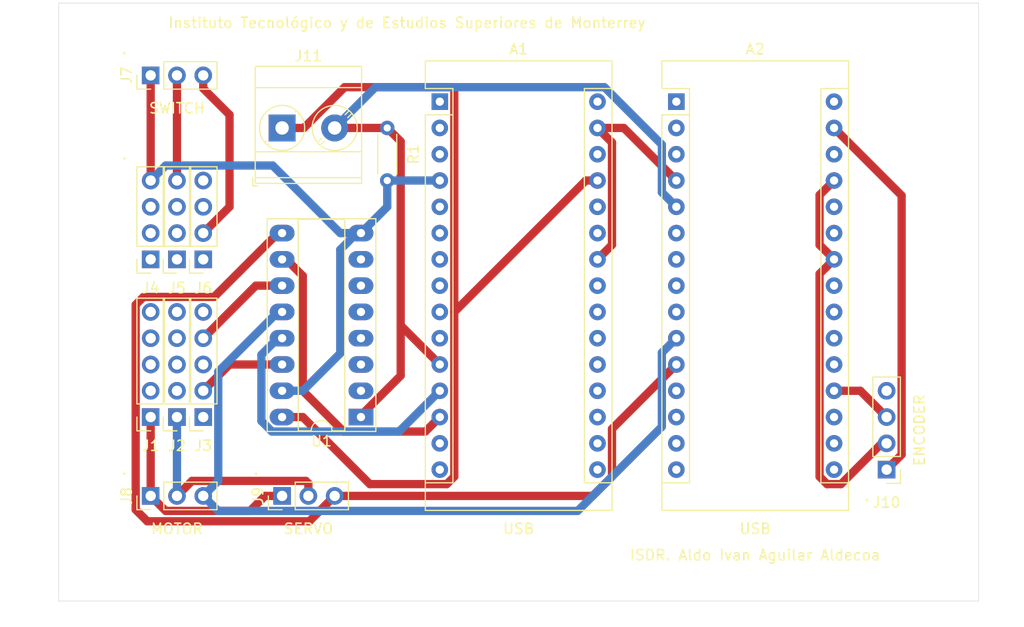
<source format=kicad_pcb>
(kicad_pcb (version 20171130) (host pcbnew "(5.1.5)-3")

  (general
    (thickness 1.6)
    (drawings 17)
    (tracks 120)
    (zones 0)
    (modules 19)
    (nets 86)
  )

  (page A4)
  (layers
    (0 F.Cu signal)
    (31 B.Cu signal)
    (32 B.Adhes user)
    (33 F.Adhes user)
    (34 B.Paste user)
    (35 F.Paste user)
    (36 B.SilkS user)
    (37 F.SilkS user)
    (38 B.Mask user)
    (39 F.Mask user)
    (40 Dwgs.User user)
    (41 Cmts.User user)
    (42 Eco1.User user)
    (43 Eco2.User user)
    (44 Edge.Cuts user)
    (45 Margin user)
    (46 B.CrtYd user)
    (47 F.CrtYd user)
    (48 B.Fab user)
    (49 F.Fab user)
  )

  (setup
    (last_trace_width 0.25)
    (user_trace_width 0.5)
    (user_trace_width 0.6)
    (user_trace_width 0.7)
    (user_trace_width 0.8)
    (user_trace_width 0.9)
    (user_trace_width 1)
    (trace_clearance 0.2)
    (zone_clearance 0.508)
    (zone_45_only no)
    (trace_min 0.2)
    (via_size 0.8)
    (via_drill 0.4)
    (via_min_size 0.4)
    (via_min_drill 0.3)
    (uvia_size 0.3)
    (uvia_drill 0.1)
    (uvias_allowed no)
    (uvia_min_size 0.2)
    (uvia_min_drill 0.1)
    (edge_width 0.05)
    (segment_width 0.2)
    (pcb_text_width 0.3)
    (pcb_text_size 1.5 1.5)
    (mod_edge_width 0.12)
    (mod_text_size 1 1)
    (mod_text_width 0.15)
    (pad_size 1.524 1.524)
    (pad_drill 0.762)
    (pad_to_mask_clearance 0.051)
    (solder_mask_min_width 0.25)
    (aux_axis_origin 0 0)
    (visible_elements 7FFFFFFF)
    (pcbplotparams
      (layerselection 0x010fc_ffffffff)
      (usegerberextensions false)
      (usegerberattributes false)
      (usegerberadvancedattributes false)
      (creategerberjobfile false)
      (excludeedgelayer true)
      (linewidth 0.100000)
      (plotframeref false)
      (viasonmask false)
      (mode 1)
      (useauxorigin false)
      (hpglpennumber 1)
      (hpglpenspeed 20)
      (hpglpendiameter 15.000000)
      (psnegative false)
      (psa4output false)
      (plotreference true)
      (plotvalue true)
      (plotinvisibletext false)
      (padsonsilk false)
      (subtractmaskfromsilk false)
      (outputformat 1)
      (mirror false)
      (drillshape 1)
      (scaleselection 1)
      (outputdirectory ""))
  )

  (net 0 "")
  (net 1 "Net-(A1-Pad1)")
  (net 2 "Net-(A1-Pad17)")
  (net 3 "Net-(A1-Pad2)")
  (net 4 "Net-(A1-Pad18)")
  (net 5 "Net-(A1-Pad3)")
  (net 6 "Net-(A1-Pad19)")
  (net 7 /GND)
  (net 8 "Net-(A1-Pad20)")
  (net 9 "Net-(A1-Pad5)")
  (net 10 "Net-(A1-Pad21)")
  (net 11 "Net-(A1-Pad6)")
  (net 12 "Net-(A1-Pad22)")
  (net 13 "Net-(A1-Pad7)")
  (net 14 "Net-(A1-Pad23)")
  (net 15 "Net-(A1-Pad8)")
  (net 16 "Net-(A1-Pad9)")
  (net 17 "Net-(A1-Pad25)")
  (net 18 "Net-(A1-Pad10)")
  (net 19 "Net-(A1-Pad26)")
  (net 20 /INTERRUPT)
  (net 21 /5V1)
  (net 22 /MOTOR_ARD)
  (net 23 "Net-(A1-Pad28)")
  (net 24 /SERVO_ARD)
  (net 25 "Net-(A1-Pad14)")
  (net 26 "Net-(A1-Pad30)")
  (net 27 "Net-(A1-Pad15)")
  (net 28 "Net-(A1-Pad16)")
  (net 29 "Net-(A2-Pad16)")
  (net 30 "Net-(A2-Pad15)")
  (net 31 "Net-(A2-Pad30)")
  (net 32 "Net-(A2-Pad14)")
  (net 33 "Net-(A2-Pad13)")
  (net 34 "Net-(A2-Pad28)")
  (net 35 "Net-(A2-Pad12)")
  (net 36 /5V2)
  (net 37 /SERVO_OUT)
  (net 38 "Net-(A2-Pad26)")
  (net 39 /MOTOR_OUT)
  (net 40 "Net-(A2-Pad25)")
  (net 41 "Net-(A2-Pad9)")
  (net 42 "Net-(A2-Pad8)")
  (net 43 "Net-(A2-Pad23)")
  (net 44 "Net-(A2-Pad7)")
  (net 45 "Net-(A2-Pad22)")
  (net 46 "Net-(A2-Pad6)")
  (net 47 "Net-(A2-Pad21)")
  (net 48 "Net-(A2-Pad20)")
  (net 49 /ENCODER)
  (net 50 "Net-(A2-Pad3)")
  (net 51 "Net-(A2-Pad18)")
  (net 52 "Net-(A2-Pad2)")
  (net 53 "Net-(A2-Pad17)")
  (net 54 "Net-(A2-Pad1)")
  (net 55 "Net-(J1-Pad2)")
  (net 56 "Net-(J1-Pad3)")
  (net 57 "Net-(J1-Pad4)")
  (net 58 /VDD)
  (net 59 "Net-(J2-Pad4)")
  (net 60 "Net-(J2-Pad3)")
  (net 61 "Net-(J2-Pad2)")
  (net 62 "Net-(J3-Pad1)")
  (net 63 /MOTOR_RF)
  (net 64 "Net-(J3-Pad3)")
  (net 65 /SERVO_RF)
  (net 66 "Net-(J3-Pad5)")
  (net 67 "Net-(J4-Pad1)")
  (net 68 "Net-(J4-Pad2)")
  (net 69 "Net-(J4-Pad3)")
  (net 70 "Net-(J5-Pad3)")
  (net 71 "Net-(J5-Pad2)")
  (net 72 "Net-(J5-Pad1)")
  (net 73 "Net-(J6-Pad1)")
  (net 74 /SWITCH_RF)
  (net 75 "Net-(J6-Pad3)")
  (net 76 "Net-(J6-Pad4)")
  (net 77 "Net-(J10-Pad4)")
  (net 78 "Net-(U1-Pad2)")
  (net 79 "Net-(U1-Pad3)")
  (net 80 "Net-(U1-Pad4)")
  (net 81 "Net-(U1-Pad5)")
  (net 82 "Net-(U1-Pad6)")
  (net 83 "Net-(U1-Pad7)")
  (net 84 "Net-(J1-Pad5)")
  (net 85 "Net-(J2-Pad5)")

  (net_class Default "Esta es la clase de red por defecto."
    (clearance 0.2)
    (trace_width 0.25)
    (via_dia 0.8)
    (via_drill 0.4)
    (uvia_dia 0.3)
    (uvia_drill 0.1)
    (add_net /5V1)
    (add_net /5V2)
    (add_net /ENCODER)
    (add_net /GND)
    (add_net /INTERRUPT)
    (add_net /MOTOR_ARD)
    (add_net /MOTOR_OUT)
    (add_net /MOTOR_RF)
    (add_net /SERVO_ARD)
    (add_net /SERVO_OUT)
    (add_net /SERVO_RF)
    (add_net /SWITCH_RF)
    (add_net /VDD)
    (add_net "Net-(A1-Pad1)")
    (add_net "Net-(A1-Pad10)")
    (add_net "Net-(A1-Pad14)")
    (add_net "Net-(A1-Pad15)")
    (add_net "Net-(A1-Pad16)")
    (add_net "Net-(A1-Pad17)")
    (add_net "Net-(A1-Pad18)")
    (add_net "Net-(A1-Pad19)")
    (add_net "Net-(A1-Pad2)")
    (add_net "Net-(A1-Pad20)")
    (add_net "Net-(A1-Pad21)")
    (add_net "Net-(A1-Pad22)")
    (add_net "Net-(A1-Pad23)")
    (add_net "Net-(A1-Pad25)")
    (add_net "Net-(A1-Pad26)")
    (add_net "Net-(A1-Pad28)")
    (add_net "Net-(A1-Pad3)")
    (add_net "Net-(A1-Pad30)")
    (add_net "Net-(A1-Pad5)")
    (add_net "Net-(A1-Pad6)")
    (add_net "Net-(A1-Pad7)")
    (add_net "Net-(A1-Pad8)")
    (add_net "Net-(A1-Pad9)")
    (add_net "Net-(A2-Pad1)")
    (add_net "Net-(A2-Pad12)")
    (add_net "Net-(A2-Pad13)")
    (add_net "Net-(A2-Pad14)")
    (add_net "Net-(A2-Pad15)")
    (add_net "Net-(A2-Pad16)")
    (add_net "Net-(A2-Pad17)")
    (add_net "Net-(A2-Pad18)")
    (add_net "Net-(A2-Pad2)")
    (add_net "Net-(A2-Pad20)")
    (add_net "Net-(A2-Pad21)")
    (add_net "Net-(A2-Pad22)")
    (add_net "Net-(A2-Pad23)")
    (add_net "Net-(A2-Pad25)")
    (add_net "Net-(A2-Pad26)")
    (add_net "Net-(A2-Pad28)")
    (add_net "Net-(A2-Pad3)")
    (add_net "Net-(A2-Pad30)")
    (add_net "Net-(A2-Pad6)")
    (add_net "Net-(A2-Pad7)")
    (add_net "Net-(A2-Pad8)")
    (add_net "Net-(A2-Pad9)")
    (add_net "Net-(J1-Pad2)")
    (add_net "Net-(J1-Pad3)")
    (add_net "Net-(J1-Pad4)")
    (add_net "Net-(J1-Pad5)")
    (add_net "Net-(J10-Pad4)")
    (add_net "Net-(J2-Pad2)")
    (add_net "Net-(J2-Pad3)")
    (add_net "Net-(J2-Pad4)")
    (add_net "Net-(J2-Pad5)")
    (add_net "Net-(J3-Pad1)")
    (add_net "Net-(J3-Pad3)")
    (add_net "Net-(J3-Pad5)")
    (add_net "Net-(J4-Pad1)")
    (add_net "Net-(J4-Pad2)")
    (add_net "Net-(J4-Pad3)")
    (add_net "Net-(J5-Pad1)")
    (add_net "Net-(J5-Pad2)")
    (add_net "Net-(J5-Pad3)")
    (add_net "Net-(J6-Pad1)")
    (add_net "Net-(J6-Pad3)")
    (add_net "Net-(J6-Pad4)")
    (add_net "Net-(U1-Pad2)")
    (add_net "Net-(U1-Pad3)")
    (add_net "Net-(U1-Pad4)")
    (add_net "Net-(U1-Pad5)")
    (add_net "Net-(U1-Pad6)")
    (add_net "Net-(U1-Pad7)")
  )

  (module MountingHole:MountingHole_3.2mm_M3 (layer F.Cu) (tedit 56D1B4CB) (tstamp 5E83DB85)
    (at 99.06 123.19)
    (descr "Mounting Hole 3.2mm, no annular, M3")
    (tags "mounting hole 3.2mm no annular m3")
    (attr virtual)
    (fp_text reference REF** (at 6.35 2.54) (layer F.SilkS) hide
      (effects (font (size 1 1) (thickness 0.15)))
    )
    (fp_text value MountingHole_3.2mm_M3 (at 0 4.2) (layer F.Fab)
      (effects (font (size 1 1) (thickness 0.15)))
    )
    (fp_circle (center 0 0) (end 3.2 0) (layer Cmts.User) (width 0.15))
    (fp_circle (center 0 0) (end 3.45 0) (layer F.CrtYd) (width 0.05))
    (pad 1 np_thru_hole circle (at 0 0) (size 3.2 3.2) (drill 3.2) (layers *.Cu *.Mask))
  )

  (module MountingHole:MountingHole_3.2mm_M3 (layer F.Cu) (tedit 56D1B4CB) (tstamp 5E83DB85)
    (at 99.06 72.39)
    (descr "Mounting Hole 3.2mm, no annular, M3")
    (tags "mounting hole 3.2mm no annular m3")
    (attr virtual)
    (fp_text reference REF** (at 0 -4.2) (layer F.SilkS) hide
      (effects (font (size 1 1) (thickness 0.15)))
    )
    (fp_text value MountingHole_3.2mm_M3 (at 0 4.2) (layer F.Fab)
      (effects (font (size 1 1) (thickness 0.15)))
    )
    (fp_text user %R (at 0.3 0) (layer F.Fab)
      (effects (font (size 1 1) (thickness 0.15)))
    )
    (fp_circle (center 0 0) (end 3.2 0) (layer Cmts.User) (width 0.15))
    (fp_circle (center 0 0) (end 3.45 0) (layer F.CrtYd) (width 0.05))
    (pad 1 np_thru_hole circle (at 0 0) (size 3.2 3.2) (drill 3.2) (layers *.Cu *.Mask))
  )

  (module MountingHole:MountingHole_3.2mm_M3 (layer F.Cu) (tedit 56D1B4CB) (tstamp 5E83DB85)
    (at 179.07 72.39)
    (descr "Mounting Hole 3.2mm, no annular, M3")
    (tags "mounting hole 3.2mm no annular m3")
    (attr virtual)
    (fp_text reference REF** (at 0 -4.2) (layer F.SilkS) hide
      (effects (font (size 1 1) (thickness 0.15)))
    )
    (fp_text value MountingHole_3.2mm_M3 (at 0 4.2) (layer F.Fab)
      (effects (font (size 1 1) (thickness 0.15)))
    )
    (fp_text user %R (at 0.3 0) (layer F.Fab)
      (effects (font (size 1 1) (thickness 0.15)))
    )
    (fp_circle (center 0 0) (end 3.2 0) (layer Cmts.User) (width 0.15))
    (fp_circle (center 0 0) (end 3.45 0) (layer F.CrtYd) (width 0.05))
    (pad 1 np_thru_hole circle (at 0 0) (size 3.2 3.2) (drill 3.2) (layers *.Cu *.Mask))
  )

  (module MountingHole:MountingHole_3.2mm_M3 (layer F.Cu) (tedit 56D1B4CB) (tstamp 5E83D94D)
    (at 179.07 124.46)
    (descr "Mounting Hole 3.2mm, no annular, M3")
    (tags "mounting hole 3.2mm no annular m3")
    (attr virtual)
    (fp_text reference REF** (at 0 -4.2) (layer F.SilkS) hide
      (effects (font (size 1 1) (thickness 0.15)))
    )
    (fp_text value MountingHole_3.2mm_M3 (at 0 4.2) (layer F.Fab)
      (effects (font (size 1 1) (thickness 0.15)))
    )
    (fp_circle (center 0 0) (end 3.45 0) (layer F.CrtYd) (width 0.05))
    (fp_circle (center 0 0) (end 3.2 0) (layer Cmts.User) (width 0.15))
    (fp_text user %R (at 0.3 0) (layer F.Fab)
      (effects (font (size 1 1) (thickness 0.15)))
    )
    (pad 1 np_thru_hole circle (at 0 0) (size 3.2 3.2) (drill 3.2) (layers *.Cu *.Mask))
  )

  (module Module:Arduino_Nano (layer F.Cu) (tedit 58ACAF70) (tstamp 5E2B7BEC)
    (at 132.08 78.74)
    (descr "Arduino Nano, http://www.mouser.com/pdfdocs/Gravitech_Arduino_Nano3_0.pdf")
    (tags "Arduino Nano")
    (path /5E2B4AC7)
    (fp_text reference A1 (at 7.62 -5.08) (layer F.SilkS)
      (effects (font (size 1 1) (thickness 0.15)))
    )
    (fp_text value Arduino_Nano_v3.x (at 8.89 19.05 90) (layer F.Fab)
      (effects (font (size 1 1) (thickness 0.15)))
    )
    (fp_text user %R (at 6.35 19.05 90) (layer F.Fab)
      (effects (font (size 1 1) (thickness 0.15)))
    )
    (fp_line (start 1.27 1.27) (end 1.27 -1.27) (layer F.SilkS) (width 0.12))
    (fp_line (start 1.27 -1.27) (end -1.4 -1.27) (layer F.SilkS) (width 0.12))
    (fp_line (start -1.4 1.27) (end -1.4 39.5) (layer F.SilkS) (width 0.12))
    (fp_line (start -1.4 -3.94) (end -1.4 -1.27) (layer F.SilkS) (width 0.12))
    (fp_line (start 13.97 -1.27) (end 16.64 -1.27) (layer F.SilkS) (width 0.12))
    (fp_line (start 13.97 -1.27) (end 13.97 36.83) (layer F.SilkS) (width 0.12))
    (fp_line (start 13.97 36.83) (end 16.64 36.83) (layer F.SilkS) (width 0.12))
    (fp_line (start 1.27 1.27) (end -1.4 1.27) (layer F.SilkS) (width 0.12))
    (fp_line (start 1.27 1.27) (end 1.27 36.83) (layer F.SilkS) (width 0.12))
    (fp_line (start 1.27 36.83) (end -1.4 36.83) (layer F.SilkS) (width 0.12))
    (fp_line (start 3.81 31.75) (end 11.43 31.75) (layer F.Fab) (width 0.1))
    (fp_line (start 11.43 31.75) (end 11.43 41.91) (layer F.Fab) (width 0.1))
    (fp_line (start 11.43 41.91) (end 3.81 41.91) (layer F.Fab) (width 0.1))
    (fp_line (start 3.81 41.91) (end 3.81 31.75) (layer F.Fab) (width 0.1))
    (fp_line (start -1.4 39.5) (end 16.64 39.5) (layer F.SilkS) (width 0.12))
    (fp_line (start 16.64 39.5) (end 16.64 -3.94) (layer F.SilkS) (width 0.12))
    (fp_line (start 16.64 -3.94) (end -1.4 -3.94) (layer F.SilkS) (width 0.12))
    (fp_line (start 16.51 39.37) (end -1.27 39.37) (layer F.Fab) (width 0.1))
    (fp_line (start -1.27 39.37) (end -1.27 -2.54) (layer F.Fab) (width 0.1))
    (fp_line (start -1.27 -2.54) (end 0 -3.81) (layer F.Fab) (width 0.1))
    (fp_line (start 0 -3.81) (end 16.51 -3.81) (layer F.Fab) (width 0.1))
    (fp_line (start 16.51 -3.81) (end 16.51 39.37) (layer F.Fab) (width 0.1))
    (fp_line (start -1.53 -4.06) (end 16.75 -4.06) (layer F.CrtYd) (width 0.05))
    (fp_line (start -1.53 -4.06) (end -1.53 42.16) (layer F.CrtYd) (width 0.05))
    (fp_line (start 16.75 42.16) (end 16.75 -4.06) (layer F.CrtYd) (width 0.05))
    (fp_line (start 16.75 42.16) (end -1.53 42.16) (layer F.CrtYd) (width 0.05))
    (pad 1 thru_hole rect (at 0 0) (size 1.6 1.6) (drill 0.8) (layers *.Cu *.Mask)
      (net 1 "Net-(A1-Pad1)"))
    (pad 17 thru_hole oval (at 15.24 33.02) (size 1.6 1.6) (drill 0.8) (layers *.Cu *.Mask)
      (net 2 "Net-(A1-Pad17)"))
    (pad 2 thru_hole oval (at 0 2.54) (size 1.6 1.6) (drill 0.8) (layers *.Cu *.Mask)
      (net 3 "Net-(A1-Pad2)"))
    (pad 18 thru_hole oval (at 15.24 30.48) (size 1.6 1.6) (drill 0.8) (layers *.Cu *.Mask)
      (net 4 "Net-(A1-Pad18)"))
    (pad 3 thru_hole oval (at 0 5.08) (size 1.6 1.6) (drill 0.8) (layers *.Cu *.Mask)
      (net 5 "Net-(A1-Pad3)"))
    (pad 19 thru_hole oval (at 15.24 27.94) (size 1.6 1.6) (drill 0.8) (layers *.Cu *.Mask)
      (net 6 "Net-(A1-Pad19)"))
    (pad 4 thru_hole oval (at 0 7.62) (size 1.6 1.6) (drill 0.8) (layers *.Cu *.Mask)
      (net 7 /GND))
    (pad 20 thru_hole oval (at 15.24 25.4) (size 1.6 1.6) (drill 0.8) (layers *.Cu *.Mask)
      (net 8 "Net-(A1-Pad20)"))
    (pad 5 thru_hole oval (at 0 10.16) (size 1.6 1.6) (drill 0.8) (layers *.Cu *.Mask)
      (net 9 "Net-(A1-Pad5)"))
    (pad 21 thru_hole oval (at 15.24 22.86) (size 1.6 1.6) (drill 0.8) (layers *.Cu *.Mask)
      (net 10 "Net-(A1-Pad21)"))
    (pad 6 thru_hole oval (at 0 12.7) (size 1.6 1.6) (drill 0.8) (layers *.Cu *.Mask)
      (net 11 "Net-(A1-Pad6)"))
    (pad 22 thru_hole oval (at 15.24 20.32) (size 1.6 1.6) (drill 0.8) (layers *.Cu *.Mask)
      (net 12 "Net-(A1-Pad22)"))
    (pad 7 thru_hole oval (at 0 15.24) (size 1.6 1.6) (drill 0.8) (layers *.Cu *.Mask)
      (net 13 "Net-(A1-Pad7)"))
    (pad 23 thru_hole oval (at 15.24 17.78) (size 1.6 1.6) (drill 0.8) (layers *.Cu *.Mask)
      (net 14 "Net-(A1-Pad23)"))
    (pad 8 thru_hole oval (at 0 17.78) (size 1.6 1.6) (drill 0.8) (layers *.Cu *.Mask)
      (net 15 "Net-(A1-Pad8)"))
    (pad 24 thru_hole oval (at 15.24 15.24) (size 1.6 1.6) (drill 0.8) (layers *.Cu *.Mask)
      (net 7 /GND))
    (pad 9 thru_hole oval (at 0 20.32) (size 1.6 1.6) (drill 0.8) (layers *.Cu *.Mask)
      (net 16 "Net-(A1-Pad9)"))
    (pad 25 thru_hole oval (at 15.24 12.7) (size 1.6 1.6) (drill 0.8) (layers *.Cu *.Mask)
      (net 17 "Net-(A1-Pad25)"))
    (pad 10 thru_hole oval (at 0 22.86) (size 1.6 1.6) (drill 0.8) (layers *.Cu *.Mask)
      (net 18 "Net-(A1-Pad10)"))
    (pad 26 thru_hole oval (at 15.24 10.16) (size 1.6 1.6) (drill 0.8) (layers *.Cu *.Mask)
      (net 19 "Net-(A1-Pad26)"))
    (pad 11 thru_hole oval (at 0 25.4) (size 1.6 1.6) (drill 0.8) (layers *.Cu *.Mask)
      (net 20 /INTERRUPT))
    (pad 27 thru_hole oval (at 15.24 7.62) (size 1.6 1.6) (drill 0.8) (layers *.Cu *.Mask)
      (net 21 /5V1))
    (pad 12 thru_hole oval (at 0 27.94) (size 1.6 1.6) (drill 0.8) (layers *.Cu *.Mask)
      (net 22 /MOTOR_ARD))
    (pad 28 thru_hole oval (at 15.24 5.08) (size 1.6 1.6) (drill 0.8) (layers *.Cu *.Mask)
      (net 23 "Net-(A1-Pad28)"))
    (pad 13 thru_hole oval (at 0 30.48) (size 1.6 1.6) (drill 0.8) (layers *.Cu *.Mask)
      (net 24 /SERVO_ARD))
    (pad 29 thru_hole oval (at 15.24 2.54) (size 1.6 1.6) (drill 0.8) (layers *.Cu *.Mask)
      (net 7 /GND))
    (pad 14 thru_hole oval (at 0 33.02) (size 1.6 1.6) (drill 0.8) (layers *.Cu *.Mask)
      (net 25 "Net-(A1-Pad14)"))
    (pad 30 thru_hole oval (at 15.24 0) (size 1.6 1.6) (drill 0.8) (layers *.Cu *.Mask)
      (net 26 "Net-(A1-Pad30)"))
    (pad 15 thru_hole oval (at 0 35.56) (size 1.6 1.6) (drill 0.8) (layers *.Cu *.Mask)
      (net 27 "Net-(A1-Pad15)"))
    (pad 16 thru_hole oval (at 15.24 35.56) (size 1.6 1.6) (drill 0.8) (layers *.Cu *.Mask)
      (net 28 "Net-(A1-Pad16)"))
    (model ${KISYS3DMOD}/Module.3dshapes/Arduino_Nano_WithMountingHoles.wrl
      (at (xyz 0 0 0))
      (scale (xyz 1 1 1))
      (rotate (xyz 0 0 0))
    )
    (model "${KIPRJMOD}/arduino nano.STEP"
      (offset (xyz 0 0 9.5))
      (scale (xyz 1 1 1))
      (rotate (xyz -90 0 90))
    )
    (model ${KISYS3DMOD}/Connector_PinSocket_2.54mm.3dshapes/PinSocket_1x15_P2.54mm_Vertical.step
      (at (xyz 0 0 0))
      (scale (xyz 1 1 1))
      (rotate (xyz 0 0 0))
    )
    (model ${KISYS3DMOD}/Connector_PinSocket_2.54mm.3dshapes/PinSocket_1x15_P2.54mm_Vertical.step
      (offset (xyz 15.25 0 0))
      (scale (xyz 1 1 1))
      (rotate (xyz 0 0 0))
    )
  )

  (module Connector_PinSocket_2.54mm:PinSocket_1x05_P2.54mm_Vertical (layer F.Cu) (tedit 5A19A420) (tstamp 5E28DE7F)
    (at 104.14 109.22 180)
    (descr "Through hole straight socket strip, 1x05, 2.54mm pitch, single row (from Kicad 4.0.7), script generated")
    (tags "Through hole socket strip THT 1x05 2.54mm single row")
    (path /5E27F918)
    (fp_text reference J1 (at 0 -2.77) (layer F.SilkS)
      (effects (font (size 1 1) (thickness 0.15)))
    )
    (fp_text value Conn_01x05 (at 5.08 30.48) (layer F.Fab) hide
      (effects (font (size 1 1) (thickness 0.15)))
    )
    (fp_line (start -1.27 -1.27) (end 0.635 -1.27) (layer F.Fab) (width 0.1))
    (fp_line (start 0.635 -1.27) (end 1.27 -0.635) (layer F.Fab) (width 0.1))
    (fp_line (start 1.27 -0.635) (end 1.27 11.43) (layer F.Fab) (width 0.1))
    (fp_line (start 1.27 11.43) (end -1.27 11.43) (layer F.Fab) (width 0.1))
    (fp_line (start -1.27 11.43) (end -1.27 -1.27) (layer F.Fab) (width 0.1))
    (fp_line (start -1.33 1.27) (end 1.33 1.27) (layer F.SilkS) (width 0.12))
    (fp_line (start -1.33 1.27) (end -1.33 11.49) (layer F.SilkS) (width 0.12))
    (fp_line (start -1.33 11.49) (end 1.33 11.49) (layer F.SilkS) (width 0.12))
    (fp_line (start 1.33 1.27) (end 1.33 11.49) (layer F.SilkS) (width 0.12))
    (fp_line (start 1.33 -1.33) (end 1.33 0) (layer F.SilkS) (width 0.12))
    (fp_line (start 0 -1.33) (end 1.33 -1.33) (layer F.SilkS) (width 0.12))
    (fp_line (start -1.8 -1.8) (end 1.75 -1.8) (layer F.CrtYd) (width 0.05))
    (fp_line (start 1.75 -1.8) (end 1.75 11.9) (layer F.CrtYd) (width 0.05))
    (fp_line (start 1.75 11.9) (end -1.8 11.9) (layer F.CrtYd) (width 0.05))
    (fp_line (start -1.8 11.9) (end -1.8 -1.8) (layer F.CrtYd) (width 0.05))
    (fp_text user %R (at 0 5.08 90) (layer F.Fab)
      (effects (font (size 1 1) (thickness 0.15)))
    )
    (pad 1 thru_hole rect (at 0 0 180) (size 1.7 1.7) (drill 1) (layers *.Cu *.Mask)
      (net 7 /GND))
    (pad 2 thru_hole oval (at 0 2.54 180) (size 1.7 1.7) (drill 1) (layers *.Cu *.Mask)
      (net 55 "Net-(J1-Pad2)"))
    (pad 3 thru_hole oval (at 0 5.08 180) (size 1.7 1.7) (drill 1) (layers *.Cu *.Mask)
      (net 56 "Net-(J1-Pad3)"))
    (pad 4 thru_hole oval (at 0 7.62 180) (size 1.7 1.7) (drill 1) (layers *.Cu *.Mask)
      (net 57 "Net-(J1-Pad4)"))
    (pad 5 thru_hole oval (at 0 10.16 180) (size 1.7 1.7) (drill 1) (layers *.Cu *.Mask)
      (net 84 "Net-(J1-Pad5)"))
    (model ${KISYS3DMOD}/Connector_PinSocket_2.54mm.3dshapes/PinSocket_1x05_P2.54mm_Vertical.wrl
      (at (xyz 0 0 0))
      (scale (xyz 1 1 1))
      (rotate (xyz 0 0 0))
    )
  )

  (module Connector_PinSocket_2.54mm:PinSocket_1x05_P2.54mm_Vertical (layer F.Cu) (tedit 5A19A420) (tstamp 5E28DE98)
    (at 106.68 109.22 180)
    (descr "Through hole straight socket strip, 1x05, 2.54mm pitch, single row (from Kicad 4.0.7), script generated")
    (tags "Through hole socket strip THT 1x05 2.54mm single row")
    (path /5E2805A2)
    (fp_text reference J2 (at 0 -2.77) (layer F.SilkS)
      (effects (font (size 1 1) (thickness 0.15)))
    )
    (fp_text value Conn_01x05 (at 12.7 12.7) (layer F.Fab) hide
      (effects (font (size 1 1) (thickness 0.15)))
    )
    (fp_text user %R (at 0 5.08 90) (layer F.Fab)
      (effects (font (size 1 1) (thickness 0.15)))
    )
    (fp_line (start -1.8 11.9) (end -1.8 -1.8) (layer F.CrtYd) (width 0.05))
    (fp_line (start 1.75 11.9) (end -1.8 11.9) (layer F.CrtYd) (width 0.05))
    (fp_line (start 1.75 -1.8) (end 1.75 11.9) (layer F.CrtYd) (width 0.05))
    (fp_line (start -1.8 -1.8) (end 1.75 -1.8) (layer F.CrtYd) (width 0.05))
    (fp_line (start 0 -1.33) (end 1.33 -1.33) (layer F.SilkS) (width 0.12))
    (fp_line (start 1.33 -1.33) (end 1.33 0) (layer F.SilkS) (width 0.12))
    (fp_line (start 1.33 1.27) (end 1.33 11.49) (layer F.SilkS) (width 0.12))
    (fp_line (start -1.33 11.49) (end 1.33 11.49) (layer F.SilkS) (width 0.12))
    (fp_line (start -1.33 1.27) (end -1.33 11.49) (layer F.SilkS) (width 0.12))
    (fp_line (start -1.33 1.27) (end 1.33 1.27) (layer F.SilkS) (width 0.12))
    (fp_line (start -1.27 11.43) (end -1.27 -1.27) (layer F.Fab) (width 0.1))
    (fp_line (start 1.27 11.43) (end -1.27 11.43) (layer F.Fab) (width 0.1))
    (fp_line (start 1.27 -0.635) (end 1.27 11.43) (layer F.Fab) (width 0.1))
    (fp_line (start 0.635 -1.27) (end 1.27 -0.635) (layer F.Fab) (width 0.1))
    (fp_line (start -1.27 -1.27) (end 0.635 -1.27) (layer F.Fab) (width 0.1))
    (pad 5 thru_hole oval (at 0 10.16 180) (size 1.7 1.7) (drill 1) (layers *.Cu *.Mask)
      (net 85 "Net-(J2-Pad5)"))
    (pad 4 thru_hole oval (at 0 7.62 180) (size 1.7 1.7) (drill 1) (layers *.Cu *.Mask)
      (net 59 "Net-(J2-Pad4)"))
    (pad 3 thru_hole oval (at 0 5.08 180) (size 1.7 1.7) (drill 1) (layers *.Cu *.Mask)
      (net 60 "Net-(J2-Pad3)"))
    (pad 2 thru_hole oval (at 0 2.54 180) (size 1.7 1.7) (drill 1) (layers *.Cu *.Mask)
      (net 61 "Net-(J2-Pad2)"))
    (pad 1 thru_hole rect (at 0 0 180) (size 1.7 1.7) (drill 1) (layers *.Cu *.Mask)
      (net 58 /VDD))
    (model ${KISYS3DMOD}/Connector_PinSocket_2.54mm.3dshapes/PinSocket_1x05_P2.54mm_Vertical.wrl
      (at (xyz 0 0 0))
      (scale (xyz 1 1 1))
      (rotate (xyz 0 0 0))
    )
  )

  (module Connector_PinSocket_2.54mm:PinSocket_1x05_P2.54mm_Vertical (layer F.Cu) (tedit 5A19A420) (tstamp 5E28DEB1)
    (at 109.22 109.22 180)
    (descr "Through hole straight socket strip, 1x05, 2.54mm pitch, single row (from Kicad 4.0.7), script generated")
    (tags "Through hole socket strip THT 1x05 2.54mm single row")
    (path /5E280C46)
    (fp_text reference J3 (at 0 -2.77) (layer F.SilkS)
      (effects (font (size 1 1) (thickness 0.15)))
    )
    (fp_text value Conn_01x05 (at 7.62 5.08 90) (layer F.Fab)
      (effects (font (size 1 1) (thickness 0.15)))
    )
    (fp_line (start -1.27 -1.27) (end 0.635 -1.27) (layer F.Fab) (width 0.1))
    (fp_line (start 0.635 -1.27) (end 1.27 -0.635) (layer F.Fab) (width 0.1))
    (fp_line (start 1.27 -0.635) (end 1.27 11.43) (layer F.Fab) (width 0.1))
    (fp_line (start 1.27 11.43) (end -1.27 11.43) (layer F.Fab) (width 0.1))
    (fp_line (start -1.27 11.43) (end -1.27 -1.27) (layer F.Fab) (width 0.1))
    (fp_line (start -1.33 1.27) (end 1.33 1.27) (layer F.SilkS) (width 0.12))
    (fp_line (start -1.33 1.27) (end -1.33 11.49) (layer F.SilkS) (width 0.12))
    (fp_line (start -1.33 11.49) (end 1.33 11.49) (layer F.SilkS) (width 0.12))
    (fp_line (start 1.33 1.27) (end 1.33 11.49) (layer F.SilkS) (width 0.12))
    (fp_line (start 1.33 -1.33) (end 1.33 0) (layer F.SilkS) (width 0.12))
    (fp_line (start 0 -1.33) (end 1.33 -1.33) (layer F.SilkS) (width 0.12))
    (fp_line (start -1.8 -1.8) (end 1.75 -1.8) (layer F.CrtYd) (width 0.05))
    (fp_line (start 1.75 -1.8) (end 1.75 11.9) (layer F.CrtYd) (width 0.05))
    (fp_line (start 1.75 11.9) (end -1.8 11.9) (layer F.CrtYd) (width 0.05))
    (fp_line (start -1.8 11.9) (end -1.8 -1.8) (layer F.CrtYd) (width 0.05))
    (fp_text user %R (at 0 5.08 90) (layer F.Fab)
      (effects (font (size 1 1) (thickness 0.15)))
    )
    (pad 1 thru_hole rect (at 0 0 180) (size 1.7 1.7) (drill 1) (layers *.Cu *.Mask)
      (net 62 "Net-(J3-Pad1)"))
    (pad 2 thru_hole oval (at 0 2.54 180) (size 1.7 1.7) (drill 1) (layers *.Cu *.Mask)
      (net 63 /MOTOR_RF))
    (pad 3 thru_hole oval (at 0 5.08 180) (size 1.7 1.7) (drill 1) (layers *.Cu *.Mask)
      (net 64 "Net-(J3-Pad3)"))
    (pad 4 thru_hole oval (at 0 7.62 180) (size 1.7 1.7) (drill 1) (layers *.Cu *.Mask)
      (net 65 /SERVO_RF))
    (pad 5 thru_hole oval (at 0 10.16 180) (size 1.7 1.7) (drill 1) (layers *.Cu *.Mask)
      (net 66 "Net-(J3-Pad5)"))
    (model ${KISYS3DMOD}/Connector_PinSocket_2.54mm.3dshapes/PinSocket_1x05_P2.54mm_Vertical.wrl
      (at (xyz 0 0 0))
      (scale (xyz 1 1 1))
      (rotate (xyz 0 0 0))
    )
  )

  (module Connector_PinSocket_2.54mm:PinSocket_1x04_P2.54mm_Vertical (layer F.Cu) (tedit 5A19A429) (tstamp 5E28DEC9)
    (at 104.14 93.98 180)
    (descr "Through hole straight socket strip, 1x04, 2.54mm pitch, single row (from Kicad 4.0.7), script generated")
    (tags "Through hole socket strip THT 1x04 2.54mm single row")
    (path /5E288E56)
    (fp_text reference J4 (at 0 -2.77) (layer F.SilkS)
      (effects (font (size 1 1) (thickness 0.15)))
    )
    (fp_text value Conn_01x04 (at 2.54 3.81 90) (layer F.Fab)
      (effects (font (size 1 1) (thickness 0.15)))
    )
    (fp_line (start -1.27 -1.27) (end 0.635 -1.27) (layer F.Fab) (width 0.1))
    (fp_line (start 0.635 -1.27) (end 1.27 -0.635) (layer F.Fab) (width 0.1))
    (fp_line (start 1.27 -0.635) (end 1.27 8.89) (layer F.Fab) (width 0.1))
    (fp_line (start 1.27 8.89) (end -1.27 8.89) (layer F.Fab) (width 0.1))
    (fp_line (start -1.27 8.89) (end -1.27 -1.27) (layer F.Fab) (width 0.1))
    (fp_line (start -1.33 1.27) (end 1.33 1.27) (layer F.SilkS) (width 0.12))
    (fp_line (start -1.33 1.27) (end -1.33 8.95) (layer F.SilkS) (width 0.12))
    (fp_line (start -1.33 8.95) (end 1.33 8.95) (layer F.SilkS) (width 0.12))
    (fp_line (start 1.33 1.27) (end 1.33 8.95) (layer F.SilkS) (width 0.12))
    (fp_line (start 1.33 -1.33) (end 1.33 0) (layer F.SilkS) (width 0.12))
    (fp_line (start 0 -1.33) (end 1.33 -1.33) (layer F.SilkS) (width 0.12))
    (fp_line (start -1.8 -1.8) (end 1.75 -1.8) (layer F.CrtYd) (width 0.05))
    (fp_line (start 1.75 -1.8) (end 1.75 9.4) (layer F.CrtYd) (width 0.05))
    (fp_line (start 1.75 9.4) (end -1.8 9.4) (layer F.CrtYd) (width 0.05))
    (fp_line (start -1.8 9.4) (end -1.8 -1.8) (layer F.CrtYd) (width 0.05))
    (fp_text user %R (at 0 3.81 90) (layer F.Fab)
      (effects (font (size 1 1) (thickness 0.15)))
    )
    (pad 1 thru_hole rect (at 0 0 180) (size 1.7 1.7) (drill 1) (layers *.Cu *.Mask)
      (net 67 "Net-(J4-Pad1)"))
    (pad 2 thru_hole oval (at 0 2.54 180) (size 1.7 1.7) (drill 1) (layers *.Cu *.Mask)
      (net 68 "Net-(J4-Pad2)"))
    (pad 3 thru_hole oval (at 0 5.08 180) (size 1.7 1.7) (drill 1) (layers *.Cu *.Mask)
      (net 69 "Net-(J4-Pad3)"))
    (pad 4 thru_hole oval (at 0 7.62 180) (size 1.7 1.7) (drill 1) (layers *.Cu *.Mask)
      (net 7 /GND))
    (model ${KISYS3DMOD}/Connector_PinSocket_2.54mm.3dshapes/PinSocket_1x04_P2.54mm_Vertical.wrl
      (at (xyz 0 0 0))
      (scale (xyz 1 1 1))
      (rotate (xyz 0 0 0))
    )
  )

  (module Connector_PinSocket_2.54mm:PinSocket_1x04_P2.54mm_Vertical (layer F.Cu) (tedit 5A19A429) (tstamp 5E28DEE1)
    (at 106.68 93.98 180)
    (descr "Through hole straight socket strip, 1x04, 2.54mm pitch, single row (from Kicad 4.0.7), script generated")
    (tags "Through hole socket strip THT 1x04 2.54mm single row")
    (path /5E28A16A)
    (fp_text reference J5 (at 0 -2.77) (layer F.SilkS)
      (effects (font (size 1 1) (thickness 0.15)))
    )
    (fp_text value Conn_01x04 (at 15.24 10.16) (layer F.Fab) hide
      (effects (font (size 1 1) (thickness 0.15)))
    )
    (fp_text user %R (at 0 3.81 90) (layer F.Fab)
      (effects (font (size 1 1) (thickness 0.15)))
    )
    (fp_line (start -1.8 9.4) (end -1.8 -1.8) (layer F.CrtYd) (width 0.05))
    (fp_line (start 1.75 9.4) (end -1.8 9.4) (layer F.CrtYd) (width 0.05))
    (fp_line (start 1.75 -1.8) (end 1.75 9.4) (layer F.CrtYd) (width 0.05))
    (fp_line (start -1.8 -1.8) (end 1.75 -1.8) (layer F.CrtYd) (width 0.05))
    (fp_line (start 0 -1.33) (end 1.33 -1.33) (layer F.SilkS) (width 0.12))
    (fp_line (start 1.33 -1.33) (end 1.33 0) (layer F.SilkS) (width 0.12))
    (fp_line (start 1.33 1.27) (end 1.33 8.95) (layer F.SilkS) (width 0.12))
    (fp_line (start -1.33 8.95) (end 1.33 8.95) (layer F.SilkS) (width 0.12))
    (fp_line (start -1.33 1.27) (end -1.33 8.95) (layer F.SilkS) (width 0.12))
    (fp_line (start -1.33 1.27) (end 1.33 1.27) (layer F.SilkS) (width 0.12))
    (fp_line (start -1.27 8.89) (end -1.27 -1.27) (layer F.Fab) (width 0.1))
    (fp_line (start 1.27 8.89) (end -1.27 8.89) (layer F.Fab) (width 0.1))
    (fp_line (start 1.27 -0.635) (end 1.27 8.89) (layer F.Fab) (width 0.1))
    (fp_line (start 0.635 -1.27) (end 1.27 -0.635) (layer F.Fab) (width 0.1))
    (fp_line (start -1.27 -1.27) (end 0.635 -1.27) (layer F.Fab) (width 0.1))
    (pad 4 thru_hole oval (at 0 7.62 180) (size 1.7 1.7) (drill 1) (layers *.Cu *.Mask)
      (net 58 /VDD))
    (pad 3 thru_hole oval (at 0 5.08 180) (size 1.7 1.7) (drill 1) (layers *.Cu *.Mask)
      (net 70 "Net-(J5-Pad3)"))
    (pad 2 thru_hole oval (at 0 2.54 180) (size 1.7 1.7) (drill 1) (layers *.Cu *.Mask)
      (net 71 "Net-(J5-Pad2)"))
    (pad 1 thru_hole rect (at 0 0 180) (size 1.7 1.7) (drill 1) (layers *.Cu *.Mask)
      (net 72 "Net-(J5-Pad1)"))
    (model ${KISYS3DMOD}/Connector_PinSocket_2.54mm.3dshapes/PinSocket_1x04_P2.54mm_Vertical.wrl
      (at (xyz 0 0 0))
      (scale (xyz 1 1 1))
      (rotate (xyz 0 0 0))
    )
  )

  (module Connector_PinSocket_2.54mm:PinSocket_1x04_P2.54mm_Vertical (layer F.Cu) (tedit 5A19A429) (tstamp 5E28DEF9)
    (at 109.22 93.98 180)
    (descr "Through hole straight socket strip, 1x04, 2.54mm pitch, single row (from Kicad 4.0.7), script generated")
    (tags "Through hole socket strip THT 1x04 2.54mm single row")
    (path /5E28AB0D)
    (fp_text reference J6 (at 0 -2.77) (layer F.SilkS)
      (effects (font (size 1 1) (thickness 0.15)))
    )
    (fp_text value Conn_01x04 (at 17.78 13.97) (layer F.Fab) hide
      (effects (font (size 1 1) (thickness 0.15)))
    )
    (fp_line (start -1.27 -1.27) (end 0.635 -1.27) (layer F.Fab) (width 0.1))
    (fp_line (start 0.635 -1.27) (end 1.27 -0.635) (layer F.Fab) (width 0.1))
    (fp_line (start 1.27 -0.635) (end 1.27 8.89) (layer F.Fab) (width 0.1))
    (fp_line (start 1.27 8.89) (end -1.27 8.89) (layer F.Fab) (width 0.1))
    (fp_line (start -1.27 8.89) (end -1.27 -1.27) (layer F.Fab) (width 0.1))
    (fp_line (start -1.33 1.27) (end 1.33 1.27) (layer F.SilkS) (width 0.12))
    (fp_line (start -1.33 1.27) (end -1.33 8.95) (layer F.SilkS) (width 0.12))
    (fp_line (start -1.33 8.95) (end 1.33 8.95) (layer F.SilkS) (width 0.12))
    (fp_line (start 1.33 1.27) (end 1.33 8.95) (layer F.SilkS) (width 0.12))
    (fp_line (start 1.33 -1.33) (end 1.33 0) (layer F.SilkS) (width 0.12))
    (fp_line (start 0 -1.33) (end 1.33 -1.33) (layer F.SilkS) (width 0.12))
    (fp_line (start -1.8 -1.8) (end 1.75 -1.8) (layer F.CrtYd) (width 0.05))
    (fp_line (start 1.75 -1.8) (end 1.75 9.4) (layer F.CrtYd) (width 0.05))
    (fp_line (start 1.75 9.4) (end -1.8 9.4) (layer F.CrtYd) (width 0.05))
    (fp_line (start -1.8 9.4) (end -1.8 -1.8) (layer F.CrtYd) (width 0.05))
    (fp_text user %R (at 0 3.81 90) (layer F.Fab)
      (effects (font (size 1 1) (thickness 0.15)))
    )
    (pad 1 thru_hole rect (at 0 0 180) (size 1.7 1.7) (drill 1) (layers *.Cu *.Mask)
      (net 73 "Net-(J6-Pad1)"))
    (pad 2 thru_hole oval (at 0 2.54 180) (size 1.7 1.7) (drill 1) (layers *.Cu *.Mask)
      (net 74 /SWITCH_RF))
    (pad 3 thru_hole oval (at 0 5.08 180) (size 1.7 1.7) (drill 1) (layers *.Cu *.Mask)
      (net 75 "Net-(J6-Pad3)"))
    (pad 4 thru_hole oval (at 0 7.62 180) (size 1.7 1.7) (drill 1) (layers *.Cu *.Mask)
      (net 76 "Net-(J6-Pad4)"))
    (model ${KISYS3DMOD}/Connector_PinSocket_2.54mm.3dshapes/PinSocket_1x04_P2.54mm_Vertical.wrl
      (at (xyz 0 0 0))
      (scale (xyz 1 1 1))
      (rotate (xyz 0 0 0))
    )
  )

  (module Connector_PinHeader_2.54mm:PinHeader_1x03_P2.54mm_Vertical (layer F.Cu) (tedit 59FED5CC) (tstamp 5E28DF10)
    (at 104.14 76.2 90)
    (descr "Through hole straight pin header, 1x03, 2.54mm pitch, single row")
    (tags "Through hole pin header THT 1x03 2.54mm single row")
    (path /5E290615)
    (fp_text reference J7 (at 0 -2.33 90) (layer F.SilkS)
      (effects (font (size 1 1) (thickness 0.15)))
    )
    (fp_text value Conn_01x03 (at 2.54 2.54 180) (layer F.Fab)
      (effects (font (size 1 1) (thickness 0.15)))
    )
    (fp_line (start -0.635 -1.27) (end 1.27 -1.27) (layer F.Fab) (width 0.1))
    (fp_line (start 1.27 -1.27) (end 1.27 6.35) (layer F.Fab) (width 0.1))
    (fp_line (start 1.27 6.35) (end -1.27 6.35) (layer F.Fab) (width 0.1))
    (fp_line (start -1.27 6.35) (end -1.27 -0.635) (layer F.Fab) (width 0.1))
    (fp_line (start -1.27 -0.635) (end -0.635 -1.27) (layer F.Fab) (width 0.1))
    (fp_line (start -1.33 6.41) (end 1.33 6.41) (layer F.SilkS) (width 0.12))
    (fp_line (start -1.33 1.27) (end -1.33 6.41) (layer F.SilkS) (width 0.12))
    (fp_line (start 1.33 1.27) (end 1.33 6.41) (layer F.SilkS) (width 0.12))
    (fp_line (start -1.33 1.27) (end 1.33 1.27) (layer F.SilkS) (width 0.12))
    (fp_line (start -1.33 0) (end -1.33 -1.33) (layer F.SilkS) (width 0.12))
    (fp_line (start -1.33 -1.33) (end 0 -1.33) (layer F.SilkS) (width 0.12))
    (fp_line (start -1.8 -1.8) (end -1.8 6.85) (layer F.CrtYd) (width 0.05))
    (fp_line (start -1.8 6.85) (end 1.8 6.85) (layer F.CrtYd) (width 0.05))
    (fp_line (start 1.8 6.85) (end 1.8 -1.8) (layer F.CrtYd) (width 0.05))
    (fp_line (start 1.8 -1.8) (end -1.8 -1.8) (layer F.CrtYd) (width 0.05))
    (fp_text user %R (at 0 2.54) (layer F.Fab)
      (effects (font (size 1 1) (thickness 0.15)))
    )
    (pad 1 thru_hole rect (at 0 0 90) (size 1.7 1.7) (drill 1) (layers *.Cu *.Mask)
      (net 7 /GND))
    (pad 2 thru_hole oval (at 0 2.54 90) (size 1.7 1.7) (drill 1) (layers *.Cu *.Mask)
      (net 58 /VDD))
    (pad 3 thru_hole oval (at 0 5.08 90) (size 1.7 1.7) (drill 1) (layers *.Cu *.Mask)
      (net 74 /SWITCH_RF))
    (model ${KISYS3DMOD}/Connector_PinHeader_2.54mm.3dshapes/PinHeader_1x03_P2.54mm_Vertical.wrl
      (at (xyz 0 0 0))
      (scale (xyz 1 1 1))
      (rotate (xyz 0 0 0))
    )
  )

  (module Connector_PinHeader_2.54mm:PinHeader_1x03_P2.54mm_Vertical (layer F.Cu) (tedit 59FED5CC) (tstamp 5E28DF27)
    (at 104.14 116.84 90)
    (descr "Through hole straight pin header, 1x03, 2.54mm pitch, single row")
    (tags "Through hole pin header THT 1x03 2.54mm single row")
    (path /5E29164F)
    (fp_text reference J8 (at 0 -2.33 90) (layer F.SilkS)
      (effects (font (size 1 1) (thickness 0.15)))
    )
    (fp_text value Conn_01x03 (at -2.54 2.54 180) (layer F.Fab)
      (effects (font (size 1 1) (thickness 0.15)))
    )
    (fp_text user %R (at 0 2.54) (layer F.Fab)
      (effects (font (size 1 1) (thickness 0.15)))
    )
    (fp_line (start 1.8 -1.8) (end -1.8 -1.8) (layer F.CrtYd) (width 0.05))
    (fp_line (start 1.8 6.85) (end 1.8 -1.8) (layer F.CrtYd) (width 0.05))
    (fp_line (start -1.8 6.85) (end 1.8 6.85) (layer F.CrtYd) (width 0.05))
    (fp_line (start -1.8 -1.8) (end -1.8 6.85) (layer F.CrtYd) (width 0.05))
    (fp_line (start -1.33 -1.33) (end 0 -1.33) (layer F.SilkS) (width 0.12))
    (fp_line (start -1.33 0) (end -1.33 -1.33) (layer F.SilkS) (width 0.12))
    (fp_line (start -1.33 1.27) (end 1.33 1.27) (layer F.SilkS) (width 0.12))
    (fp_line (start 1.33 1.27) (end 1.33 6.41) (layer F.SilkS) (width 0.12))
    (fp_line (start -1.33 1.27) (end -1.33 6.41) (layer F.SilkS) (width 0.12))
    (fp_line (start -1.33 6.41) (end 1.33 6.41) (layer F.SilkS) (width 0.12))
    (fp_line (start -1.27 -0.635) (end -0.635 -1.27) (layer F.Fab) (width 0.1))
    (fp_line (start -1.27 6.35) (end -1.27 -0.635) (layer F.Fab) (width 0.1))
    (fp_line (start 1.27 6.35) (end -1.27 6.35) (layer F.Fab) (width 0.1))
    (fp_line (start 1.27 -1.27) (end 1.27 6.35) (layer F.Fab) (width 0.1))
    (fp_line (start -0.635 -1.27) (end 1.27 -1.27) (layer F.Fab) (width 0.1))
    (pad 3 thru_hole oval (at 0 5.08 90) (size 1.7 1.7) (drill 1) (layers *.Cu *.Mask)
      (net 39 /MOTOR_OUT))
    (pad 2 thru_hole oval (at 0 2.54 90) (size 1.7 1.7) (drill 1) (layers *.Cu *.Mask)
      (net 58 /VDD))
    (pad 1 thru_hole rect (at 0 0 90) (size 1.7 1.7) (drill 1) (layers *.Cu *.Mask)
      (net 7 /GND))
    (model ${KISYS3DMOD}/Connector_PinHeader_2.54mm.3dshapes/PinHeader_1x03_P2.54mm_Vertical.wrl
      (at (xyz 0 0 0))
      (scale (xyz 1 1 1))
      (rotate (xyz 0 0 0))
    )
  )

  (module Connector_PinHeader_2.54mm:PinHeader_1x03_P2.54mm_Vertical (layer F.Cu) (tedit 59FED5CC) (tstamp 5E28DF3E)
    (at 116.84 116.84 90)
    (descr "Through hole straight pin header, 1x03, 2.54mm pitch, single row")
    (tags "Through hole pin header THT 1x03 2.54mm single row")
    (path /5E292ADD)
    (fp_text reference J9 (at 0 -2.33 90) (layer F.SilkS)
      (effects (font (size 1 1) (thickness 0.15)))
    )
    (fp_text value Conn_01x03 (at -2.54 2.54 180) (layer F.Fab)
      (effects (font (size 1 1) (thickness 0.15)))
    )
    (fp_line (start -0.635 -1.27) (end 1.27 -1.27) (layer F.Fab) (width 0.1))
    (fp_line (start 1.27 -1.27) (end 1.27 6.35) (layer F.Fab) (width 0.1))
    (fp_line (start 1.27 6.35) (end -1.27 6.35) (layer F.Fab) (width 0.1))
    (fp_line (start -1.27 6.35) (end -1.27 -0.635) (layer F.Fab) (width 0.1))
    (fp_line (start -1.27 -0.635) (end -0.635 -1.27) (layer F.Fab) (width 0.1))
    (fp_line (start -1.33 6.41) (end 1.33 6.41) (layer F.SilkS) (width 0.12))
    (fp_line (start -1.33 1.27) (end -1.33 6.41) (layer F.SilkS) (width 0.12))
    (fp_line (start 1.33 1.27) (end 1.33 6.41) (layer F.SilkS) (width 0.12))
    (fp_line (start -1.33 1.27) (end 1.33 1.27) (layer F.SilkS) (width 0.12))
    (fp_line (start -1.33 0) (end -1.33 -1.33) (layer F.SilkS) (width 0.12))
    (fp_line (start -1.33 -1.33) (end 0 -1.33) (layer F.SilkS) (width 0.12))
    (fp_line (start -1.8 -1.8) (end -1.8 6.85) (layer F.CrtYd) (width 0.05))
    (fp_line (start -1.8 6.85) (end 1.8 6.85) (layer F.CrtYd) (width 0.05))
    (fp_line (start 1.8 6.85) (end 1.8 -1.8) (layer F.CrtYd) (width 0.05))
    (fp_line (start 1.8 -1.8) (end -1.8 -1.8) (layer F.CrtYd) (width 0.05))
    (fp_text user %R (at 0 2.54) (layer F.Fab)
      (effects (font (size 1 1) (thickness 0.15)))
    )
    (pad 1 thru_hole rect (at 0 0 90) (size 1.7 1.7) (drill 1) (layers *.Cu *.Mask)
      (net 7 /GND))
    (pad 2 thru_hole oval (at 0 2.54 90) (size 1.7 1.7) (drill 1) (layers *.Cu *.Mask)
      (net 58 /VDD))
    (pad 3 thru_hole oval (at 0 5.08 90) (size 1.7 1.7) (drill 1) (layers *.Cu *.Mask)
      (net 37 /SERVO_OUT))
    (model ${KISYS3DMOD}/Connector_PinHeader_2.54mm.3dshapes/PinHeader_1x03_P2.54mm_Vertical.wrl
      (at (xyz 0 0 0))
      (scale (xyz 1 1 1))
      (rotate (xyz 0 0 0))
    )
  )

  (module Connector_PinHeader_2.54mm:PinHeader_1x04_P2.54mm_Vertical (layer F.Cu) (tedit 59FED5CC) (tstamp 5E28DF56)
    (at 175.26 114.3 180)
    (descr "Through hole straight pin header, 1x04, 2.54mm pitch, single row")
    (tags "Through hole pin header THT 1x04 2.54mm single row")
    (path /5E2942EA)
    (fp_text reference J10 (at 0 -3.175 180) (layer F.SilkS)
      (effects (font (size 1 1) (thickness 0.15)))
    )
    (fp_text value Conn_01x04 (at -2.54 3.81 90) (layer F.Fab)
      (effects (font (size 1 1) (thickness 0.15)))
    )
    (fp_line (start -0.635 -1.27) (end 1.27 -1.27) (layer F.Fab) (width 0.1))
    (fp_line (start 1.27 -1.27) (end 1.27 8.89) (layer F.Fab) (width 0.1))
    (fp_line (start 1.27 8.89) (end -1.27 8.89) (layer F.Fab) (width 0.1))
    (fp_line (start -1.27 8.89) (end -1.27 -0.635) (layer F.Fab) (width 0.1))
    (fp_line (start -1.27 -0.635) (end -0.635 -1.27) (layer F.Fab) (width 0.1))
    (fp_line (start -1.33 8.95) (end 1.33 8.95) (layer F.SilkS) (width 0.12))
    (fp_line (start -1.33 1.27) (end -1.33 8.95) (layer F.SilkS) (width 0.12))
    (fp_line (start 1.33 1.27) (end 1.33 8.95) (layer F.SilkS) (width 0.12))
    (fp_line (start -1.33 1.27) (end 1.33 1.27) (layer F.SilkS) (width 0.12))
    (fp_line (start -1.33 0) (end -1.33 -1.33) (layer F.SilkS) (width 0.12))
    (fp_line (start -1.33 -1.33) (end 0 -1.33) (layer F.SilkS) (width 0.12))
    (fp_line (start -1.8 -1.8) (end -1.8 9.4) (layer F.CrtYd) (width 0.05))
    (fp_line (start -1.8 9.4) (end 1.8 9.4) (layer F.CrtYd) (width 0.05))
    (fp_line (start 1.8 9.4) (end 1.8 -1.8) (layer F.CrtYd) (width 0.05))
    (fp_line (start 1.8 -1.8) (end -1.8 -1.8) (layer F.CrtYd) (width 0.05))
    (fp_text user %R (at 0 3.81 90) (layer F.Fab)
      (effects (font (size 1 1) (thickness 0.15)))
    )
    (pad 1 thru_hole rect (at 0 0 180) (size 1.7 1.7) (drill 1) (layers *.Cu *.Mask)
      (net 7 /GND))
    (pad 2 thru_hole oval (at 0 2.54 180) (size 1.7 1.7) (drill 1) (layers *.Cu *.Mask)
      (net 36 /5V2))
    (pad 3 thru_hole oval (at 0 5.08 180) (size 1.7 1.7) (drill 1) (layers *.Cu *.Mask)
      (net 49 /ENCODER))
    (pad 4 thru_hole oval (at 0 7.62 180) (size 1.7 1.7) (drill 1) (layers *.Cu *.Mask)
      (net 77 "Net-(J10-Pad4)"))
    (model ${KISYS3DMOD}/Connector_PinHeader_2.54mm.3dshapes/PinHeader_1x04_P2.54mm_Vertical.wrl
      (at (xyz 0 0 0))
      (scale (xyz 1 1 1))
      (rotate (xyz 0 0 0))
    )
  )

  (module TerminalBlock_Phoenix:TerminalBlock_Phoenix_MKDS-3-2-5.08_1x02_P5.08mm_Horizontal (layer F.Cu) (tedit 5B294F11) (tstamp 5E28DF82)
    (at 116.84 81.28)
    (descr "Terminal Block Phoenix MKDS-3-2-5.08, 2 pins, pitch 5.08mm, size 10.2x11.2mm^2, drill diamater 1.3mm, pad diameter 2.6mm, see http://www.farnell.com/datasheets/2138224.pdf, script-generated using https://github.com/pointhi/kicad-footprint-generator/scripts/TerminalBlock_Phoenix")
    (tags "THT Terminal Block Phoenix MKDS-3-2-5.08 pitch 5.08mm size 10.2x11.2mm^2 drill 1.3mm pad 2.6mm")
    (path /5E29683C)
    (fp_text reference J11 (at 2.54 -6.96) (layer F.SilkS)
      (effects (font (size 1 1) (thickness 0.15)))
    )
    (fp_text value Conn_01x02 (at -3.81 0 90) (layer F.Fab)
      (effects (font (size 1 1) (thickness 0.15)))
    )
    (fp_circle (center 0 0) (end 2 0) (layer F.Fab) (width 0.1))
    (fp_circle (center 0 0) (end 2.18 0) (layer F.SilkS) (width 0.12))
    (fp_circle (center 5.08 0) (end 7.08 0) (layer F.Fab) (width 0.1))
    (fp_circle (center 5.08 0) (end 7.26 0) (layer F.SilkS) (width 0.12))
    (fp_line (start -2.54 -5.9) (end 7.62 -5.9) (layer F.Fab) (width 0.1))
    (fp_line (start 7.62 -5.9) (end 7.62 5.3) (layer F.Fab) (width 0.1))
    (fp_line (start 7.62 5.3) (end -2.04 5.3) (layer F.Fab) (width 0.1))
    (fp_line (start -2.04 5.3) (end -2.54 4.8) (layer F.Fab) (width 0.1))
    (fp_line (start -2.54 4.8) (end -2.54 -5.9) (layer F.Fab) (width 0.1))
    (fp_line (start -2.54 4.8) (end 7.62 4.8) (layer F.Fab) (width 0.1))
    (fp_line (start -2.6 4.8) (end 7.68 4.8) (layer F.SilkS) (width 0.12))
    (fp_line (start -2.54 2.3) (end 7.62 2.3) (layer F.Fab) (width 0.1))
    (fp_line (start -2.6 2.3) (end 7.68 2.3) (layer F.SilkS) (width 0.12))
    (fp_line (start -2.54 -3.9) (end 7.62 -3.9) (layer F.Fab) (width 0.1))
    (fp_line (start -2.6 -3.9) (end 7.68 -3.9) (layer F.SilkS) (width 0.12))
    (fp_line (start -2.6 -5.96) (end 7.68 -5.96) (layer F.SilkS) (width 0.12))
    (fp_line (start -2.6 5.36) (end 7.68 5.36) (layer F.SilkS) (width 0.12))
    (fp_line (start -2.6 -5.96) (end -2.6 5.36) (layer F.SilkS) (width 0.12))
    (fp_line (start 7.68 -5.96) (end 7.68 5.36) (layer F.SilkS) (width 0.12))
    (fp_line (start 1.517 -1.273) (end -1.273 1.517) (layer F.Fab) (width 0.1))
    (fp_line (start 1.273 -1.517) (end -1.517 1.273) (layer F.Fab) (width 0.1))
    (fp_line (start 1.654 -1.388) (end 1.547 -1.281) (layer F.SilkS) (width 0.12))
    (fp_line (start -1.282 1.547) (end -1.388 1.654) (layer F.SilkS) (width 0.12))
    (fp_line (start 1.388 -1.654) (end 1.281 -1.547) (layer F.SilkS) (width 0.12))
    (fp_line (start -1.548 1.281) (end -1.654 1.388) (layer F.SilkS) (width 0.12))
    (fp_line (start 6.597 -1.273) (end 3.808 1.517) (layer F.Fab) (width 0.1))
    (fp_line (start 6.353 -1.517) (end 3.564 1.273) (layer F.Fab) (width 0.1))
    (fp_line (start 6.734 -1.388) (end 6.339 -0.992) (layer F.SilkS) (width 0.12))
    (fp_line (start 4.073 1.274) (end 3.693 1.654) (layer F.SilkS) (width 0.12))
    (fp_line (start 6.468 -1.654) (end 6.088 -1.274) (layer F.SilkS) (width 0.12))
    (fp_line (start 3.822 0.992) (end 3.427 1.388) (layer F.SilkS) (width 0.12))
    (fp_line (start -2.84 4.86) (end -2.84 5.6) (layer F.SilkS) (width 0.12))
    (fp_line (start -2.84 5.6) (end -2.34 5.6) (layer F.SilkS) (width 0.12))
    (fp_line (start -3.04 -6.4) (end -3.04 5.8) (layer F.CrtYd) (width 0.05))
    (fp_line (start -3.04 5.8) (end 8.13 5.8) (layer F.CrtYd) (width 0.05))
    (fp_line (start 8.13 5.8) (end 8.13 -6.4) (layer F.CrtYd) (width 0.05))
    (fp_line (start 8.13 -6.4) (end -3.04 -6.4) (layer F.CrtYd) (width 0.05))
    (fp_text user %R (at 2.54 3.1) (layer F.Fab)
      (effects (font (size 1 1) (thickness 0.15)))
    )
    (pad 1 thru_hole rect (at 0 0) (size 2.6 2.6) (drill 1.3) (layers *.Cu *.Mask)
      (net 21 /5V1))
    (pad 2 thru_hole circle (at 5.08 0) (size 2.6 2.6) (drill 1.3) (layers *.Cu *.Mask)
      (net 20 /INTERRUPT))
    (model ${KISYS3DMOD}/TerminalBlock_Phoenix.3dshapes/TerminalBlock_Phoenix_MKDS-3-2-5.08_1x02_P5.08mm_Horizontal.wrl
      (at (xyz 0 0 0))
      (scale (xyz 1 1 1))
      (rotate (xyz 0 0 0))
    )
    (model ${KIPRJMOD}/TerminalBlock_Phoenix_MKDS-3-2-5.08_1x02_P5.08mm_Horizontal.stp
      (at (xyz 0 0 0))
      (scale (xyz 1 1 1))
      (rotate (xyz -90 0 0))
    )
  )

  (module Resistor_THT:R_Axial_DIN0204_L3.6mm_D1.6mm_P5.08mm_Horizontal (layer F.Cu) (tedit 5AE5139B) (tstamp 5E28DF95)
    (at 127 81.28 270)
    (descr "Resistor, Axial_DIN0204 series, Axial, Horizontal, pin pitch=5.08mm, 0.167W, length*diameter=3.6*1.6mm^2, http://cdn-reichelt.de/documents/datenblatt/B400/1_4W%23YAG.pdf")
    (tags "Resistor Axial_DIN0204 series Axial Horizontal pin pitch 5.08mm 0.167W length 3.6mm diameter 1.6mm")
    (path /5E299639)
    (fp_text reference R1 (at 2.54 -2.54 90) (layer F.SilkS)
      (effects (font (size 1 1) (thickness 0.15)))
    )
    (fp_text value 4.7k (at -0.635 -2.54 90) (layer F.Fab)
      (effects (font (size 1 1) (thickness 0.15)))
    )
    (fp_line (start 0.74 -0.8) (end 0.74 0.8) (layer F.Fab) (width 0.1))
    (fp_line (start 0.74 0.8) (end 4.34 0.8) (layer F.Fab) (width 0.1))
    (fp_line (start 4.34 0.8) (end 4.34 -0.8) (layer F.Fab) (width 0.1))
    (fp_line (start 4.34 -0.8) (end 0.74 -0.8) (layer F.Fab) (width 0.1))
    (fp_line (start 0 0) (end 0.74 0) (layer F.Fab) (width 0.1))
    (fp_line (start 5.08 0) (end 4.34 0) (layer F.Fab) (width 0.1))
    (fp_line (start 0.62 -0.92) (end 4.46 -0.92) (layer F.SilkS) (width 0.12))
    (fp_line (start 0.62 0.92) (end 4.46 0.92) (layer F.SilkS) (width 0.12))
    (fp_line (start -0.95 -1.05) (end -0.95 1.05) (layer F.CrtYd) (width 0.05))
    (fp_line (start -0.95 1.05) (end 6.03 1.05) (layer F.CrtYd) (width 0.05))
    (fp_line (start 6.03 1.05) (end 6.03 -1.05) (layer F.CrtYd) (width 0.05))
    (fp_line (start 6.03 -1.05) (end -0.95 -1.05) (layer F.CrtYd) (width 0.05))
    (fp_text user %R (at 2.54 0 90) (layer F.Fab)
      (effects (font (size 0.72 0.72) (thickness 0.108)))
    )
    (pad 1 thru_hole circle (at 0 0 270) (size 1.4 1.4) (drill 0.7) (layers *.Cu *.Mask)
      (net 20 /INTERRUPT))
    (pad 2 thru_hole oval (at 5.08 0 270) (size 1.4 1.4) (drill 0.7) (layers *.Cu *.Mask)
      (net 7 /GND))
    (model ${KISYS3DMOD}/Resistor_THT.3dshapes/R_Axial_DIN0204_L3.6mm_D1.6mm_P5.08mm_Horizontal.wrl
      (at (xyz 0 0 0))
      (scale (xyz 1 1 1))
      (rotate (xyz 0 0 0))
    )
  )

  (module Package_DIP:DIP-16_W7.62mm_Socket_LongPads (layer F.Cu) (tedit 5A02E8C5) (tstamp 5E28DFC1)
    (at 124.46 109.22 180)
    (descr "16-lead though-hole mounted DIP package, row spacing 7.62 mm (300 mils), Socket, LongPads")
    (tags "THT DIP DIL PDIP 2.54mm 7.62mm 300mil Socket LongPads")
    (path /5E29D087)
    (fp_text reference U1 (at 3.81 -2.33) (layer F.SilkS)
      (effects (font (size 1 1) (thickness 0.15)))
    )
    (fp_text value 74LS157 (at 3.81 20.11) (layer F.Fab)
      (effects (font (size 1 1) (thickness 0.15)))
    )
    (fp_arc (start 3.81 -1.33) (end 2.81 -1.33) (angle -180) (layer F.SilkS) (width 0.12))
    (fp_line (start 1.635 -1.27) (end 6.985 -1.27) (layer F.Fab) (width 0.1))
    (fp_line (start 6.985 -1.27) (end 6.985 19.05) (layer F.Fab) (width 0.1))
    (fp_line (start 6.985 19.05) (end 0.635 19.05) (layer F.Fab) (width 0.1))
    (fp_line (start 0.635 19.05) (end 0.635 -0.27) (layer F.Fab) (width 0.1))
    (fp_line (start 0.635 -0.27) (end 1.635 -1.27) (layer F.Fab) (width 0.1))
    (fp_line (start -1.27 -1.33) (end -1.27 19.11) (layer F.Fab) (width 0.1))
    (fp_line (start -1.27 19.11) (end 8.89 19.11) (layer F.Fab) (width 0.1))
    (fp_line (start 8.89 19.11) (end 8.89 -1.33) (layer F.Fab) (width 0.1))
    (fp_line (start 8.89 -1.33) (end -1.27 -1.33) (layer F.Fab) (width 0.1))
    (fp_line (start 2.81 -1.33) (end 1.56 -1.33) (layer F.SilkS) (width 0.12))
    (fp_line (start 1.56 -1.33) (end 1.56 19.11) (layer F.SilkS) (width 0.12))
    (fp_line (start 1.56 19.11) (end 6.06 19.11) (layer F.SilkS) (width 0.12))
    (fp_line (start 6.06 19.11) (end 6.06 -1.33) (layer F.SilkS) (width 0.12))
    (fp_line (start 6.06 -1.33) (end 4.81 -1.33) (layer F.SilkS) (width 0.12))
    (fp_line (start -1.44 -1.39) (end -1.44 19.17) (layer F.SilkS) (width 0.12))
    (fp_line (start -1.44 19.17) (end 9.06 19.17) (layer F.SilkS) (width 0.12))
    (fp_line (start 9.06 19.17) (end 9.06 -1.39) (layer F.SilkS) (width 0.12))
    (fp_line (start 9.06 -1.39) (end -1.44 -1.39) (layer F.SilkS) (width 0.12))
    (fp_line (start -1.55 -1.6) (end -1.55 19.4) (layer F.CrtYd) (width 0.05))
    (fp_line (start -1.55 19.4) (end 9.15 19.4) (layer F.CrtYd) (width 0.05))
    (fp_line (start 9.15 19.4) (end 9.15 -1.6) (layer F.CrtYd) (width 0.05))
    (fp_line (start 9.15 -1.6) (end -1.55 -1.6) (layer F.CrtYd) (width 0.05))
    (fp_text user %R (at 3.81 8.89) (layer F.Fab)
      (effects (font (size 1 1) (thickness 0.15)))
    )
    (pad 1 thru_hole rect (at 0 0 180) (size 2.4 1.6) (drill 0.8) (layers *.Cu *.Mask)
      (net 20 /INTERRUPT))
    (pad 9 thru_hole oval (at 7.62 17.78 180) (size 2.4 1.6) (drill 0.8) (layers *.Cu *.Mask)
      (net 37 /SERVO_OUT))
    (pad 2 thru_hole oval (at 0 2.54 180) (size 2.4 1.6) (drill 0.8) (layers *.Cu *.Mask)
      (net 78 "Net-(U1-Pad2)"))
    (pad 10 thru_hole oval (at 7.62 15.24 180) (size 2.4 1.6) (drill 0.8) (layers *.Cu *.Mask)
      (net 24 /SERVO_ARD))
    (pad 3 thru_hole oval (at 0 5.08 180) (size 2.4 1.6) (drill 0.8) (layers *.Cu *.Mask)
      (net 79 "Net-(U1-Pad3)"))
    (pad 11 thru_hole oval (at 7.62 12.7 180) (size 2.4 1.6) (drill 0.8) (layers *.Cu *.Mask)
      (net 65 /SERVO_RF))
    (pad 4 thru_hole oval (at 0 7.62 180) (size 2.4 1.6) (drill 0.8) (layers *.Cu *.Mask)
      (net 80 "Net-(U1-Pad4)"))
    (pad 12 thru_hole oval (at 7.62 10.16 180) (size 2.4 1.6) (drill 0.8) (layers *.Cu *.Mask)
      (net 39 /MOTOR_OUT))
    (pad 5 thru_hole oval (at 0 10.16 180) (size 2.4 1.6) (drill 0.8) (layers *.Cu *.Mask)
      (net 81 "Net-(U1-Pad5)"))
    (pad 13 thru_hole oval (at 7.62 7.62 180) (size 2.4 1.6) (drill 0.8) (layers *.Cu *.Mask)
      (net 22 /MOTOR_ARD))
    (pad 6 thru_hole oval (at 0 12.7 180) (size 2.4 1.6) (drill 0.8) (layers *.Cu *.Mask)
      (net 82 "Net-(U1-Pad6)"))
    (pad 14 thru_hole oval (at 7.62 5.08 180) (size 2.4 1.6) (drill 0.8) (layers *.Cu *.Mask)
      (net 63 /MOTOR_RF))
    (pad 7 thru_hole oval (at 0 15.24 180) (size 2.4 1.6) (drill 0.8) (layers *.Cu *.Mask)
      (net 83 "Net-(U1-Pad7)"))
    (pad 15 thru_hole oval (at 7.62 2.54 180) (size 2.4 1.6) (drill 0.8) (layers *.Cu *.Mask)
      (net 7 /GND))
    (pad 8 thru_hole oval (at 0 17.78 180) (size 2.4 1.6) (drill 0.8) (layers *.Cu *.Mask)
      (net 7 /GND))
    (pad 16 thru_hole oval (at 7.62 0 180) (size 2.4 1.6) (drill 0.8) (layers *.Cu *.Mask)
      (net 21 /5V1))
    (model ${KISYS3DMOD}/Package_DIP.3dshapes/DIP-16_W7.62mm_Socket.wrl
      (at (xyz 0 0 0))
      (scale (xyz 1 1 1))
      (rotate (xyz 0 0 0))
    )
    (model ${KISYS3DMOD}/Package_DIP.3dshapes/DIP-16_W7.62mm.wrl
      (offset (xyz 0 0 3))
      (scale (xyz 1 1 1))
      (rotate (xyz 0 0 0))
    )
  )

  (module Module:Arduino_Nano (layer F.Cu) (tedit 58ACAF70) (tstamp 5E2B7C29)
    (at 154.94 78.74)
    (descr "Arduino Nano, http://www.mouser.com/pdfdocs/Gravitech_Arduino_Nano3_0.pdf")
    (tags "Arduino Nano")
    (path /5E2B5FAC)
    (fp_text reference A2 (at 7.62 -5.08) (layer F.SilkS)
      (effects (font (size 1 1) (thickness 0.15)))
    )
    (fp_text value Arduino_Nano_v3.x (at 8.89 19.05 90) (layer F.Fab)
      (effects (font (size 1 1) (thickness 0.15)))
    )
    (fp_line (start 16.75 42.16) (end -1.53 42.16) (layer F.CrtYd) (width 0.05))
    (fp_line (start 16.75 42.16) (end 16.75 -4.06) (layer F.CrtYd) (width 0.05))
    (fp_line (start -1.53 -4.06) (end -1.53 42.16) (layer F.CrtYd) (width 0.05))
    (fp_line (start -1.53 -4.06) (end 16.75 -4.06) (layer F.CrtYd) (width 0.05))
    (fp_line (start 16.51 -3.81) (end 16.51 39.37) (layer F.Fab) (width 0.1))
    (fp_line (start 0 -3.81) (end 16.51 -3.81) (layer F.Fab) (width 0.1))
    (fp_line (start -1.27 -2.54) (end 0 -3.81) (layer F.Fab) (width 0.1))
    (fp_line (start -1.27 39.37) (end -1.27 -2.54) (layer F.Fab) (width 0.1))
    (fp_line (start 16.51 39.37) (end -1.27 39.37) (layer F.Fab) (width 0.1))
    (fp_line (start 16.64 -3.94) (end -1.4 -3.94) (layer F.SilkS) (width 0.12))
    (fp_line (start 16.64 39.5) (end 16.64 -3.94) (layer F.SilkS) (width 0.12))
    (fp_line (start -1.4 39.5) (end 16.64 39.5) (layer F.SilkS) (width 0.12))
    (fp_line (start 3.81 41.91) (end 3.81 31.75) (layer F.Fab) (width 0.1))
    (fp_line (start 11.43 41.91) (end 3.81 41.91) (layer F.Fab) (width 0.1))
    (fp_line (start 11.43 31.75) (end 11.43 41.91) (layer F.Fab) (width 0.1))
    (fp_line (start 3.81 31.75) (end 11.43 31.75) (layer F.Fab) (width 0.1))
    (fp_line (start 1.27 36.83) (end -1.4 36.83) (layer F.SilkS) (width 0.12))
    (fp_line (start 1.27 1.27) (end 1.27 36.83) (layer F.SilkS) (width 0.12))
    (fp_line (start 1.27 1.27) (end -1.4 1.27) (layer F.SilkS) (width 0.12))
    (fp_line (start 13.97 36.83) (end 16.64 36.83) (layer F.SilkS) (width 0.12))
    (fp_line (start 13.97 -1.27) (end 13.97 36.83) (layer F.SilkS) (width 0.12))
    (fp_line (start 13.97 -1.27) (end 16.64 -1.27) (layer F.SilkS) (width 0.12))
    (fp_line (start -1.4 -3.94) (end -1.4 -1.27) (layer F.SilkS) (width 0.12))
    (fp_line (start -1.4 1.27) (end -1.4 39.5) (layer F.SilkS) (width 0.12))
    (fp_line (start 1.27 -1.27) (end -1.4 -1.27) (layer F.SilkS) (width 0.12))
    (fp_line (start 1.27 1.27) (end 1.27 -1.27) (layer F.SilkS) (width 0.12))
    (fp_text user %R (at 6.35 19.05 90) (layer F.Fab)
      (effects (font (size 1 1) (thickness 0.15)))
    )
    (pad 16 thru_hole oval (at 15.24 35.56) (size 1.6 1.6) (drill 0.8) (layers *.Cu *.Mask)
      (net 29 "Net-(A2-Pad16)"))
    (pad 15 thru_hole oval (at 0 35.56) (size 1.6 1.6) (drill 0.8) (layers *.Cu *.Mask)
      (net 30 "Net-(A2-Pad15)"))
    (pad 30 thru_hole oval (at 15.24 0) (size 1.6 1.6) (drill 0.8) (layers *.Cu *.Mask)
      (net 31 "Net-(A2-Pad30)"))
    (pad 14 thru_hole oval (at 0 33.02) (size 1.6 1.6) (drill 0.8) (layers *.Cu *.Mask)
      (net 32 "Net-(A2-Pad14)"))
    (pad 29 thru_hole oval (at 15.24 2.54) (size 1.6 1.6) (drill 0.8) (layers *.Cu *.Mask)
      (net 7 /GND))
    (pad 13 thru_hole oval (at 0 30.48) (size 1.6 1.6) (drill 0.8) (layers *.Cu *.Mask)
      (net 33 "Net-(A2-Pad13)"))
    (pad 28 thru_hole oval (at 15.24 5.08) (size 1.6 1.6) (drill 0.8) (layers *.Cu *.Mask)
      (net 34 "Net-(A2-Pad28)"))
    (pad 12 thru_hole oval (at 0 27.94) (size 1.6 1.6) (drill 0.8) (layers *.Cu *.Mask)
      (net 35 "Net-(A2-Pad12)"))
    (pad 27 thru_hole oval (at 15.24 7.62) (size 1.6 1.6) (drill 0.8) (layers *.Cu *.Mask)
      (net 36 /5V2))
    (pad 11 thru_hole oval (at 0 25.4) (size 1.6 1.6) (drill 0.8) (layers *.Cu *.Mask)
      (net 37 /SERVO_OUT))
    (pad 26 thru_hole oval (at 15.24 10.16) (size 1.6 1.6) (drill 0.8) (layers *.Cu *.Mask)
      (net 38 "Net-(A2-Pad26)"))
    (pad 10 thru_hole oval (at 0 22.86) (size 1.6 1.6) (drill 0.8) (layers *.Cu *.Mask)
      (net 39 /MOTOR_OUT))
    (pad 25 thru_hole oval (at 15.24 12.7) (size 1.6 1.6) (drill 0.8) (layers *.Cu *.Mask)
      (net 40 "Net-(A2-Pad25)"))
    (pad 9 thru_hole oval (at 0 20.32) (size 1.6 1.6) (drill 0.8) (layers *.Cu *.Mask)
      (net 41 "Net-(A2-Pad9)"))
    (pad 24 thru_hole oval (at 15.24 15.24) (size 1.6 1.6) (drill 0.8) (layers *.Cu *.Mask)
      (net 36 /5V2))
    (pad 8 thru_hole oval (at 0 17.78) (size 1.6 1.6) (drill 0.8) (layers *.Cu *.Mask)
      (net 42 "Net-(A2-Pad8)"))
    (pad 23 thru_hole oval (at 15.24 17.78) (size 1.6 1.6) (drill 0.8) (layers *.Cu *.Mask)
      (net 43 "Net-(A2-Pad23)"))
    (pad 7 thru_hole oval (at 0 15.24) (size 1.6 1.6) (drill 0.8) (layers *.Cu *.Mask)
      (net 44 "Net-(A2-Pad7)"))
    (pad 22 thru_hole oval (at 15.24 20.32) (size 1.6 1.6) (drill 0.8) (layers *.Cu *.Mask)
      (net 45 "Net-(A2-Pad22)"))
    (pad 6 thru_hole oval (at 0 12.7) (size 1.6 1.6) (drill 0.8) (layers *.Cu *.Mask)
      (net 46 "Net-(A2-Pad6)"))
    (pad 21 thru_hole oval (at 15.24 22.86) (size 1.6 1.6) (drill 0.8) (layers *.Cu *.Mask)
      (net 47 "Net-(A2-Pad21)"))
    (pad 5 thru_hole oval (at 0 10.16) (size 1.6 1.6) (drill 0.8) (layers *.Cu *.Mask)
      (net 20 /INTERRUPT))
    (pad 20 thru_hole oval (at 15.24 25.4) (size 1.6 1.6) (drill 0.8) (layers *.Cu *.Mask)
      (net 48 "Net-(A2-Pad20)"))
    (pad 4 thru_hole oval (at 0 7.62) (size 1.6 1.6) (drill 0.8) (layers *.Cu *.Mask)
      (net 7 /GND))
    (pad 19 thru_hole oval (at 15.24 27.94) (size 1.6 1.6) (drill 0.8) (layers *.Cu *.Mask)
      (net 49 /ENCODER))
    (pad 3 thru_hole oval (at 0 5.08) (size 1.6 1.6) (drill 0.8) (layers *.Cu *.Mask)
      (net 50 "Net-(A2-Pad3)"))
    (pad 18 thru_hole oval (at 15.24 30.48) (size 1.6 1.6) (drill 0.8) (layers *.Cu *.Mask)
      (net 51 "Net-(A2-Pad18)"))
    (pad 2 thru_hole oval (at 0 2.54) (size 1.6 1.6) (drill 0.8) (layers *.Cu *.Mask)
      (net 52 "Net-(A2-Pad2)"))
    (pad 17 thru_hole oval (at 15.24 33.02) (size 1.6 1.6) (drill 0.8) (layers *.Cu *.Mask)
      (net 53 "Net-(A2-Pad17)"))
    (pad 1 thru_hole rect (at 0 0) (size 1.6 1.6) (drill 0.8) (layers *.Cu *.Mask)
      (net 54 "Net-(A2-Pad1)"))
    (model ${KISYS3DMOD}/Module.3dshapes/Arduino_Nano_WithMountingHoles.wrl
      (at (xyz 0 0 0))
      (scale (xyz 1 1 1))
      (rotate (xyz 0 0 0))
    )
    (model ${KISYS3DMOD}/Connector_PinSocket_2.54mm.3dshapes/PinSocket_1x15_P2.54mm_Vertical.step
      (at (xyz 0 0 0))
      (scale (xyz 1 1 1))
      (rotate (xyz 0 0 0))
    )
    (model ${KISYS3DMOD}/Connector_PinSocket_2.54mm.3dshapes/PinSocket_1x15_P2.54mm_Vertical.step
      (offset (xyz 15.25 0 0))
      (scale (xyz 1 1 1))
      (rotate (xyz 0 0 0))
    )
    (model "${KIPRJMOD}/arduino nano.STEP"
      (offset (xyz 0 0 9.5))
      (scale (xyz 1 1 1))
      (rotate (xyz -90 0 90))
    )
  )

  (gr_line (start 95.25 69.215) (end 95.25 127) (layer Edge.Cuts) (width 0.05) (tstamp 5EA35BDF))
  (gr_line (start 184.15 69.215) (end 95.25 69.215) (layer Edge.Cuts) (width 0.05))
  (gr_line (start 184.15 127) (end 184.15 69.215) (layer Edge.Cuts) (width 0.05))
  (gr_line (start 95.25 127) (end 184.15 127) (layer Edge.Cuts) (width 0.05))
  (gr_text ENCODER (at 178.435 110.49 90) (layer F.SilkS)
    (effects (font (size 1 1) (thickness 0.15)))
  )
  (gr_text SWITCH (at 106.68 79.375) (layer F.SilkS)
    (effects (font (size 1 1) (thickness 0.15)))
  )
  (gr_text MOTOR (at 106.68 120.015) (layer F.SilkS)
    (effects (font (size 1 1) (thickness 0.15)))
  )
  (gr_text SERVO (at 119.38 120.015) (layer F.SilkS)
    (effects (font (size 1 1) (thickness 0.15)))
  )
  (gr_text USB (at 162.56 120.015) (layer F.SilkS)
    (effects (font (size 1 1) (thickness 0.15)))
  )
  (gr_text USB (at 139.7 120.015) (layer F.SilkS)
    (effects (font (size 1 1) (thickness 0.15)))
  )
  (gr_text . (at 101.6 83.82) (layer F.SilkS) (tstamp 5E2BD91B)
    (effects (font (size 1 1) (thickness 0.15)))
  )
  (gr_text . (at 173.355 116.84) (layer F.SilkS) (tstamp 5E2BD919)
    (effects (font (size 1 1) (thickness 0.15)))
  )
  (gr_text . (at 101.6 73.66) (layer F.SilkS) (tstamp 5E2BD917)
    (effects (font (size 1 1) (thickness 0.15)))
  )
  (gr_text . (at 114.3 114.3) (layer F.SilkS) (tstamp 5E2BD915)
    (effects (font (size 1 1) (thickness 0.15)))
  )
  (gr_text . (at 101.6 114.3) (layer F.SilkS)
    (effects (font (size 1 1) (thickness 0.15)))
  )
  (gr_text "ISDR. Aldo Ivan Aguilar Aldecoa" (at 162.56 122.555) (layer F.SilkS)
    (effects (font (size 1 1) (thickness 0.15)))
  )
  (gr_text "Instituto Tecnológico y de Estudios Superiores de Monterrey" (at 128.905 71.12) (layer F.SilkS)
    (effects (font (size 1 1) (thickness 0.15)))
  )

  (segment (start 104.14 76.2) (end 104.14 86.36) (width 0.8) (layer F.Cu) (net 7))
  (segment (start 116.84 106.68) (end 117.24 106.68) (width 0.8) (layer F.Cu) (net 7))
  (segment (start 113.739999 118.290001) (end 115.19 116.84) (width 0.8) (layer F.Cu) (net 7))
  (segment (start 105.590001 118.290001) (end 113.739999 118.290001) (width 0.8) (layer F.Cu) (net 7))
  (segment (start 115.19 116.84) (end 116.84 116.84) (width 0.8) (layer F.Cu) (net 7))
  (segment (start 104.14 116.84) (end 105.590001 118.290001) (width 0.8) (layer F.Cu) (net 7))
  (segment (start 132.08 86.36) (end 127 86.36) (width 0.8) (layer B.Cu) (net 7))
  (segment (start 118.84 106.68) (end 116.84 106.68) (width 0.8) (layer B.Cu) (net 7))
  (segment (start 122.46 103.06) (end 118.84 106.68) (width 0.8) (layer B.Cu) (net 7))
  (segment (start 122.46 93.04) (end 122.46 103.06) (width 0.8) (layer B.Cu) (net 7))
  (segment (start 124.06 91.44) (end 122.46 93.04) (width 0.8) (layer B.Cu) (net 7))
  (segment (start 124.46 91.44) (end 124.06 91.44) (width 0.8) (layer B.Cu) (net 7))
  (segment (start 149.86 81.28) (end 154.94 86.36) (width 0.8) (layer F.Cu) (net 7))
  (segment (start 147.32 81.28) (end 149.86 81.28) (width 0.8) (layer F.Cu) (net 7))
  (segment (start 148.119999 82.079999) (end 147.32 81.28) (width 0.8) (layer F.Cu) (net 7))
  (segment (start 148.720001 82.680001) (end 148.119999 82.079999) (width 0.8) (layer F.Cu) (net 7))
  (segment (start 148.720001 92.579999) (end 148.720001 82.680001) (width 0.8) (layer F.Cu) (net 7))
  (segment (start 147.32 93.98) (end 148.720001 92.579999) (width 0.8) (layer F.Cu) (net 7))
  (segment (start 170.979999 82.079999) (end 170.18 81.28) (width 0.8) (layer F.Cu) (net 7))
  (segment (start 176.710001 112.849999) (end 176.710001 87.810001) (width 0.8) (layer F.Cu) (net 7))
  (segment (start 176.710001 87.810001) (end 170.979999 82.079999) (width 0.8) (layer F.Cu) (net 7))
  (segment (start 175.26 114.3) (end 176.710001 112.849999) (width 0.8) (layer F.Cu) (net 7))
  (segment (start 104.14 116.84) (end 104.14 109.22) (width 0.8) (layer F.Cu) (net 7))
  (segment (start 104.989999 85.510001) (end 104.14 86.36) (width 0.8) (layer B.Cu) (net 7))
  (segment (start 105.590001 84.909999) (end 104.989999 85.510001) (width 0.8) (layer B.Cu) (net 7))
  (segment (start 115.929999 84.909999) (end 105.590001 84.909999) (width 0.8) (layer B.Cu) (net 7))
  (segment (start 122.46 91.44) (end 115.929999 84.909999) (width 0.8) (layer B.Cu) (net 7))
  (segment (start 124.46 91.44) (end 122.46 91.44) (width 0.8) (layer B.Cu) (net 7))
  (segment (start 127 88.9) (end 124.46 91.44) (width 0.8) (layer B.Cu) (net 7))
  (segment (start 127 86.36) (end 127 88.9) (width 0.8) (layer B.Cu) (net 7))
  (segment (start 121.92 81.28) (end 127 81.28) (width 0.8) (layer F.Cu) (net 20))
  (segment (start 131.280001 103.340001) (end 132.08 104.14) (width 0.8) (layer F.Cu) (net 20))
  (segment (start 128.300001 100.360001) (end 131.280001 103.340001) (width 0.8) (layer F.Cu) (net 20))
  (segment (start 128.300001 82.580001) (end 128.300001 100.360001) (width 0.8) (layer F.Cu) (net 20))
  (segment (start 127 81.28) (end 128.300001 82.580001) (width 0.8) (layer F.Cu) (net 20))
  (segment (start 154.140001 88.100001) (end 154.94 88.9) (width 0.8) (layer B.Cu) (net 20))
  (segment (start 153.539999 87.499999) (end 154.140001 88.100001) (width 0.8) (layer B.Cu) (net 20))
  (segment (start 153.539999 82.887997) (end 153.539999 87.499999) (width 0.8) (layer B.Cu) (net 20))
  (segment (start 147.992001 77.339999) (end 153.539999 82.887997) (width 0.8) (layer B.Cu) (net 20))
  (segment (start 125.860001 77.339999) (end 147.992001 77.339999) (width 0.8) (layer B.Cu) (net 20))
  (segment (start 121.92 81.28) (end 125.860001 77.339999) (width 0.8) (layer B.Cu) (net 20))
  (segment (start 128.300001 105.219912) (end 128.300001 100.360001) (width 0.8) (layer F.Cu) (net 20))
  (segment (start 124.46 109.059913) (end 128.300001 105.219912) (width 0.8) (layer F.Cu) (net 20))
  (segment (start 124.46 109.22) (end 124.46 109.059913) (width 0.8) (layer F.Cu) (net 20))
  (segment (start 118.84 109.22) (end 116.84 109.22) (width 0.8) (layer F.Cu) (net 21))
  (segment (start 125.320001 115.700001) (end 118.84 109.22) (width 0.8) (layer F.Cu) (net 21))
  (segment (start 132.752001 115.700001) (end 125.320001 115.700001) (width 0.8) (layer F.Cu) (net 21))
  (segment (start 133.480001 114.972001) (end 132.752001 115.700001) (width 0.8) (layer F.Cu) (net 21))
  (segment (start 133.480001 99.068629) (end 133.480001 114.972001) (width 0.8) (layer F.Cu) (net 21))
  (segment (start 146.18863 86.36) (end 133.480001 99.068629) (width 0.8) (layer F.Cu) (net 21))
  (segment (start 147.32 86.36) (end 146.18863 86.36) (width 0.8) (layer F.Cu) (net 21))
  (segment (start 133.480001 77.459999) (end 133.480001 99.068629) (width 0.8) (layer F.Cu) (net 21))
  (segment (start 133.360001 77.339999) (end 133.480001 77.459999) (width 0.8) (layer F.Cu) (net 21))
  (segment (start 122.880001 77.339999) (end 133.360001 77.339999) (width 0.8) (layer F.Cu) (net 21))
  (segment (start 118.94 81.28) (end 122.880001 77.339999) (width 0.8) (layer F.Cu) (net 21))
  (segment (start 116.84 81.28) (end 118.94 81.28) (width 0.8) (layer F.Cu) (net 21))
  (segment (start 116.44 101.6) (end 116.84 101.6) (width 0.8) (layer B.Cu) (net 22))
  (segment (start 114.84 109.599913) (end 114.84 103.2) (width 0.8) (layer B.Cu) (net 22))
  (segment (start 115.860097 110.62001) (end 114.84 109.599913) (width 0.8) (layer B.Cu) (net 22))
  (segment (start 128.13999 110.62001) (end 115.860097 110.62001) (width 0.8) (layer B.Cu) (net 22))
  (segment (start 114.84 103.2) (end 116.44 101.6) (width 0.8) (layer B.Cu) (net 22))
  (segment (start 132.08 106.68) (end 128.13999 110.62001) (width 0.8) (layer B.Cu) (net 22))
  (segment (start 118.84 95.58) (end 117.24 93.98) (width 0.8) (layer F.Cu) (net 24))
  (segment (start 118.84 106.680002) (end 118.84 95.58) (width 0.8) (layer F.Cu) (net 24))
  (segment (start 122.779999 110.620001) (end 118.84 106.680002) (width 0.8) (layer F.Cu) (net 24))
  (segment (start 130.679999 110.620001) (end 122.779999 110.620001) (width 0.8) (layer F.Cu) (net 24))
  (segment (start 117.24 93.98) (end 116.84 93.98) (width 0.8) (layer F.Cu) (net 24))
  (segment (start 132.08 109.22) (end 130.679999 110.620001) (width 0.8) (layer F.Cu) (net 24))
  (segment (start 168.779999 92.579999) (end 169.380001 93.180001) (width 0.8) (layer F.Cu) (net 36))
  (segment (start 168.779999 87.760001) (end 168.779999 92.579999) (width 0.8) (layer F.Cu) (net 36))
  (segment (start 169.380001 93.180001) (end 170.18 93.98) (width 0.8) (layer F.Cu) (net 36))
  (segment (start 170.18 86.36) (end 168.779999 87.760001) (width 0.8) (layer F.Cu) (net 36))
  (segment (start 169.380001 94.779999) (end 170.18 93.98) (width 0.8) (layer F.Cu) (net 36))
  (segment (start 168.779999 95.380001) (end 169.380001 94.779999) (width 0.8) (layer F.Cu) (net 36))
  (segment (start 168.779999 114.972001) (end 168.779999 95.380001) (width 0.8) (layer F.Cu) (net 36))
  (segment (start 169.507999 115.700001) (end 168.779999 114.972001) (width 0.8) (layer F.Cu) (net 36))
  (segment (start 170.852001 115.700001) (end 169.507999 115.700001) (width 0.8) (layer F.Cu) (net 36))
  (segment (start 174.792002 111.76) (end 170.852001 115.700001) (width 0.8) (layer F.Cu) (net 36))
  (segment (start 175.26 111.76) (end 174.792002 111.76) (width 0.8) (layer F.Cu) (net 36))
  (segment (start 148.720001 114.972001) (end 146.852002 116.84) (width 0.8) (layer F.Cu) (net 37))
  (segment (start 123.122081 116.84) (end 121.92 116.84) (width 0.8) (layer F.Cu) (net 37))
  (segment (start 146.852002 116.84) (end 123.122081 116.84) (width 0.8) (layer F.Cu) (net 37))
  (segment (start 148.720001 110.359999) (end 148.720001 114.972001) (width 0.8) (layer F.Cu) (net 37))
  (segment (start 154.94 104.14) (end 148.720001 110.359999) (width 0.8) (layer F.Cu) (net 37))
  (segment (start 121.070001 117.689999) (end 121.92 116.84) (width 0.8) (layer F.Cu) (net 37))
  (segment (start 103.810009 119.290011) (end 119.469989 119.290011) (width 0.8) (layer F.Cu) (net 37))
  (segment (start 102.689999 118.170001) (end 103.810009 119.290011) (width 0.8) (layer F.Cu) (net 37))
  (segment (start 102.689999 98.363999) (end 102.689999 118.170001) (width 0.8) (layer F.Cu) (net 37))
  (segment (start 119.469989 119.290011) (end 121.070001 117.689999) (width 0.8) (layer F.Cu) (net 37))
  (segment (start 103.443999 97.609999) (end 102.689999 98.363999) (width 0.8) (layer F.Cu) (net 37))
  (segment (start 110.270001 97.609999) (end 103.443999 97.609999) (width 0.8) (layer F.Cu) (net 37))
  (segment (start 116.44 91.44) (end 110.270001 97.609999) (width 0.8) (layer F.Cu) (net 37))
  (segment (start 116.84 91.44) (end 116.44 91.44) (width 0.8) (layer F.Cu) (net 37))
  (segment (start 110.069999 117.689999) (end 109.22 116.84) (width 0.8) (layer B.Cu) (net 39))
  (segment (start 145.402001 118.290001) (end 110.670001 118.290001) (width 0.8) (layer B.Cu) (net 39))
  (segment (start 110.670001 118.290001) (end 110.069999 117.689999) (width 0.8) (layer B.Cu) (net 39))
  (segment (start 153.539999 110.152003) (end 145.402001 118.290001) (width 0.8) (layer B.Cu) (net 39))
  (segment (start 153.539999 103.000001) (end 153.539999 110.152003) (width 0.8) (layer B.Cu) (net 39))
  (segment (start 154.94 101.6) (end 153.539999 103.000001) (width 0.8) (layer B.Cu) (net 39))
  (segment (start 110.069999 115.990001) (end 109.22 116.84) (width 0.8) (layer B.Cu) (net 39))
  (segment (start 110.670001 115.389999) (end 110.069999 115.990001) (width 0.8) (layer B.Cu) (net 39))
  (segment (start 110.670001 104.829999) (end 110.670001 115.389999) (width 0.8) (layer B.Cu) (net 39))
  (segment (start 116.44 99.06) (end 110.670001 104.829999) (width 0.8) (layer B.Cu) (net 39))
  (segment (start 116.84 99.06) (end 116.44 99.06) (width 0.8) (layer B.Cu) (net 39))
  (segment (start 172.72 106.68) (end 175.26 109.22) (width 0.8) (layer F.Cu) (net 49))
  (segment (start 170.18 106.68) (end 172.72 106.68) (width 0.8) (layer F.Cu) (net 49))
  (segment (start 106.68 76.2) (end 106.68 86.36) (width 0.8) (layer F.Cu) (net 58))
  (segment (start 106.68 109.22) (end 106.68 116.84) (width 0.8) (layer B.Cu) (net 58))
  (segment (start 119.38 115.637919) (end 119.38 116.84) (width 0.8) (layer F.Cu) (net 58))
  (segment (start 119.13208 115.389999) (end 119.38 115.637919) (width 0.8) (layer F.Cu) (net 58))
  (segment (start 108.130001 115.389999) (end 119.13208 115.389999) (width 0.8) (layer F.Cu) (net 58))
  (segment (start 106.68 116.84) (end 108.130001 115.389999) (width 0.8) (layer F.Cu) (net 58))
  (segment (start 111.76 104.14) (end 109.22 106.68) (width 0.8) (layer F.Cu) (net 63))
  (segment (start 116.84 104.14) (end 111.76 104.14) (width 0.8) (layer F.Cu) (net 63))
  (segment (start 116.84 96.52) (end 114.3 96.52) (width 0.8) (layer F.Cu) (net 65))
  (segment (start 114.3 96.52) (end 109.22 101.6) (width 0.8) (layer F.Cu) (net 65))
  (segment (start 109.22 76.2) (end 109.22 77.47) (width 0.8) (layer F.Cu) (net 74))
  (segment (start 109.22 77.47) (end 111.76 80.01) (width 0.8) (layer F.Cu) (net 74))
  (segment (start 111.76 88.9) (end 109.22 91.44) (width 0.8) (layer F.Cu) (net 74))
  (segment (start 111.76 80.01) (end 111.76 88.9) (width 0.8) (layer F.Cu) (net 74))

)

</source>
